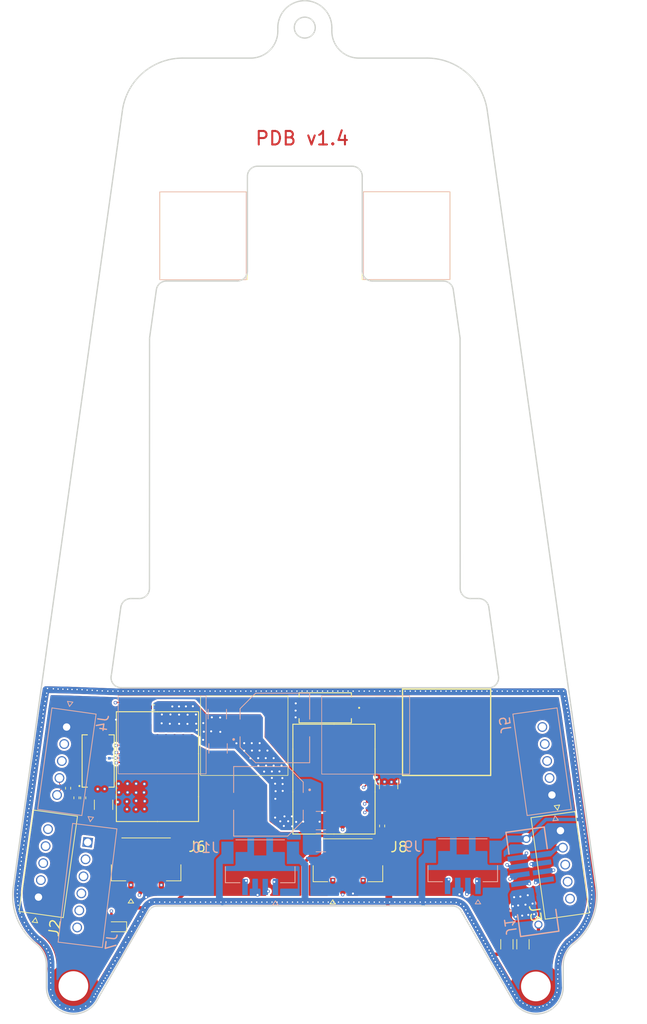
<source format=kicad_pcb>
(kicad_pcb (version 20240108) (generator "pcbnew") (generator_version "8.0")
  (layers (0 "F.Cu" signal) (1 "In1.Cu" power "VBAT.Cu") (2 "In2.Cu" signal "singal1.Cu") (3 "In3.Cu" signal "signal2.Cu") (4 "In4.Cu" power "+8V.Cu") (31 "B.Cu" signal) (34 "B.Paste" user) (35 "F.Paste" user) (36 "B.SilkS" user "B.Silkscreen") (37 "F.SilkS" user "F.Silkscreen") (38 "B.Mask" user) (39 "F.Mask" user) (44 "Edge.Cuts" user))
  (net 0 "")
  (net 1 "GND")
  (net 2 "VBAT")
  (net 3 "+8V")
  (net 4 "Net-(D1-A)")
  (net 5 "PWM2")
  (net 6 "CAN L1")
  (net 7 "PWM4")
  (net 8 "GND_FUSE")
  (net 9 "PWM3")
  (net 10 "PWM1")
  (net 11 "CAN H1")
  (net 12 "Detach")
  (net 13 "servo")
  (net 14 "Net-(U1B-RT)")
  (net 15 "/power/IOUTMON")
  (net 16 "Net-(C17-Pad1)")
  (net 17 "/power/PWR_RUN")
  (net 18 "Net-(U1B-FB)")
  (net 19 "Net-(U2B-RT)")
  (net 20 "Net-(U2B-CTRL2)")
  (net 21 "Net-(U2B-FB)")
  (net 23 "Net-(U1B-CTRL1)")
  (net 24 "/power/PWR_SS")
  (net 28 "GND_Shield")
  (net 29 "/power/SYNC")
  (footprint "Resistor_SMD:R_0402_1005Metric" (layer "F.Cu") (at 91.69 134.37 90)
    (property "Reference" "R6" (hide yes))
    (property "Value" "60R")
  )
  (footprint "Capacitor_SMD:C_1206_3216Metric" (layer "F.Cu") (at 156.79 156.04 90)
    (property "Reference" "R17" (hide yes))
    (property "Value" "2M")
  )
  (footprint "Resistor_SMD:R_0402_1005Metric" (layer "F.Cu") (at 90.69 134.36 -90)
    (property "Reference" "R10" (hide yes))
    (property "Value" "60R")
  )
  (footprint "1719710105:MOLEX_1719710105" (layer "F.Cu") (at 85.063374 149.059263 -98)
    (property "Reference" "J2")
    (property "Value" "1719710105")
  )
  (footprint "Resistor_SMD:R_0201_0603Metric" (layer "F.Cu") (at 98.34 121.14 180)
    (property "Reference" "R4" (hide yes))
    (property "Value" "2.87k")
  )
  (footprint "Resistor_SMD:R_0402_1005Metric" (layer "F.Cu") (at 135.94 138.53 90)
    (property "Reference" "R7" (hide yes))
    (property "Value" "2.8k")
  )
  (footprint "9774120360R:WA-SMSI_9774120360" (layer "F.Cu") (at 90.23 162.23)
    (property "Reference" "MP1" (hide yes))
    (property "Value" "WA-SMSI_9774XXX360")
    (property "VALUE" "M3 x 12mm" (hide yes))
  )
  (footprint "Resistor_SMD:R_0201_0603Metric" (layer "F.Cu") (at 136.3 135.4 180)
    (property "Reference" "R5" (hide yes))
    (property "Value" "124k")
  )
  (footprint "2132250430:MOLEX_2132250430" (layer "F.Cu") (at 130.88 144.13)
    (property "Reference" "J8")
    (property "Value" "2132250430" (hide yes))
  )
  (footprint "LTM8064IY_PBF:BGA108_16X11P9_ADI" (layer "F.Cu") (at 128.81 131.595 180)
    (property "Reference" "U2" (hide yes))
    (property "Value" "LTM8064IY#PBF")
  )
  (footprint "Capacitor_SMD:C_1206_3216Metric" (layer "F.Cu") (at 154.41 156.04 90)
    (property "Reference" "C12" (hide yes))
    (property "Value" "470pF")
  )
  (footprint "Capacitor_SMD:C_1210_3225Metric" (layer "F.Cu") (at 136.9 132.325 90)
    (property "Reference" "C5" (hide yes))
    (property "Value" "100uF")
  )
  (footprint "LTM8064IY_PBF:BGA108_16X11P9_ADI" (layer "F.Cu") (at 102.68 129.745)
    (property "Reference" "U1" (hide yes))
    (property "Value" "LTM8064IY#PBF")
  )
  (footprint "Resistor_SMD:R_0201_0603Metric" (layer "F.Cu") (at 95.86 151.94 90)
    (property "Reference" "R8" (hide yes))
    (property "Value" "100k")
  )
  (footprint "Resistor_SMD:R_0402_1005Metric" (layer "F.Cu") (at 89.45 132.94 90)
    (property "Reference" "R9" (hide yes))
    (property "Value" "120R")
  )
  (footprint "9774120360R:WA-SMSI_9774120360" (layer "F.Cu") (at 158.7 162.28)
    (property "Reference" "MP2" (hide yes))
    (property "Value" "WA-SMSI_9774XXX360")
    (property "VALUE" "M3 x 12mm" (hide yes))
  )
  (footprint "TRME157M016R0030:CAP_TRM-E-2917_AVX-L" (layer "F.Cu") (at 127.52 121.04 180)
    (property "Reference" "C4" (hide yes))
    (property "Value" "150uF")
  )
  (footprint "Resistor_SMD:R_0402_1005Metric" (layer "F.Cu") (at 102.12 120.98)
    (property "Reference" "R3" (hide yes))
    (property "Value" "374k")
  )
  (footprint "1719710105:MOLEX_1719710105" (layer "F.Cu") (at 162.340653 139.224363 98)
    (property "Reference" "J3")
    (property "Value" "1719710105" (hide yes))
  )
  (footprint "Capacitor_SMD:C_0201_0603Metric" (layer "F.Cu") (at 91.18 136.04 -90)
    (property "Reference" "C17" (hide yes))
    (property "Value" "100nF")
  )
  (footprint "Resistor_SMD:R_0201_0603Metric" (layer "F.Cu") (at 100.25 121.04)
    (property "Reference" "R2" (hide yes))
    (property "Value" "124k")
  )
  (footprint "TRME157M016R0030:CAP_TRM-E-2917_AVX-L" (layer "F.Cu") (at 93.9 128.91 90)
    (property "Reference" "C9" (hide yes))
    (property "Value" "150uF")
  )
  (footprint "Capacitor_SMD:C_1210_3225Metric" (layer "F.Cu") (at 94.7 135.39 90)
    (property "Reference" "C10" (hide yes))
    (property "Value" "100uF")
  )
  (footprint "2132250430:MOLEX_2132250430" (layer "F.Cu") (at 101 144)
    (property "Reference" "J6")
    (property "Value" "2132250430" (hide yes))
  )
  (footprint "LED_SMD:LED_0603_1608Metric" (layer "F.Cu") (at 96.63 153.45 180)
    (property "Reference" "D1" (hide yes))
    (property "Value" "NCD0603C1")
  )
  (footprint "2132250430:MOLEX_2132250430" (layer "B.Cu") (at 147.88 144.13 180)
    (property "Reference" "J9")
    (property "Value" "2132250430")
  )
  (footprint "TFM-107-02-L-D-WT:SAMTEC_TFM-107-02-L-D-WT" (layer "B.Cu") (at 158.188059 146.788397 98)
    (property "Reference" "J1")
    (property "Value" "TFM-107-02-L-D-WT")
  )
  (footprint "Capacitor_SMD:C_1210_3225Metric" (layer "B.Cu") (at 126.8762 140.9938)
    (property "Reference" "C2" (hide yes))
    (property "Value" "10u" (hide yes))
  )
  (footprint "Capacitor_SMD:C_1210_3225Metric" (layer "B.Cu") (at 111.54 121.97 90)
    (property "Reference" "C7" (hide yes))
    (property "Value" "10u" (hide yes))
  )
  (footprint "Resistor_SMD:R_0201_0603Metric" (layer "B.Cu") (at 95.22 128.51)
    (property "Reference" "R1" (hide yes))
    (property "Value" "124k")
  )
  (footprint "1719710106:MOLEX_1719710106" (layer "B.Cu") (at 92.347741 140.944663 83)
    (property "Reference" "J7")
    (property "Value" "1719710106")
  )
  (footprint "100SXV15MX:CAP_100SXV15MX" (layer "B.Cu") (at 119.11 134.88 180)
    (property "Reference" "C1" (hide yes))
    (property "Value" "15uf")
  )
  (footprint "1719710105:MOLEX_1719710105" (layer "B.Cu") (at 89.229347 123.884363 82)
    (property "Reference" "J4")
    (property "Value" "1719710105")
  )
  (footprint "2132250430:MOLEX_2132250430" (layer "B.Cu") (at 117.89 144.28 180)
    (property "Reference" "J10")
    (property "Value" "2132250430")
  )
  (footprint "Capacitor_SMD:C_1210_3225Metric" (layer "B.Cu") (at 126.8762 137.7338)
    (property "Reference" "C3" (hide yes))
    (property "Value" "10u" (hide yes))
  )
  (footprint "Capacitor_SMD:C_1210_3225Metric" (layer "B.Cu") (at 111.65 127.05 -90)
    (property "Reference" "C8" (hide yes))
    (property "Value" "10u" (hide yes))
  )
  (footprint "100SXV15MX:CAP_100SXV15MX" (layer "B.Cu") (at 120.06 124.02)
    (property "Reference" "C6" (hide yes))
    (property "Value" "15uf")
  )
  (footprint "1719710105:MOLEX_1719710105" (layer "B.Cu") (at 161.102372 133.977389 -82)
    (property "Reference" "J5")
    (property "Value" "1719710105")
  )
  (gr_line (start 157.88 118.66) (end 162.74 118.65) (stroke (width 1)) (layer "F.Cu") (net 28))
  (gr_arc (start 85.356758 155.659009) (mid 82.595946 151.983831) (end 82.036074 147.421424) (stroke (width 1)) (layer "F.Cu") (net 28))
  (gr_line (start 152.213086 157.632977) (end 148.426623 150.896053) (stroke (width 1)) (layer "F.Cu") (net 28))
  (gr_line (start 146.584313 149.683115) (end 102.37 149.68) (stroke (width 1)) (layer "F.Cu") (net 28))
  (gr_line (start 82.036074 147.421424) (end 85.77 120.96) (stroke (width 1)) (layer "F.Cu") (net 28))
  (gr_line (start 86.98 161.09) (end 87.03 162.1) (stroke (width 1)) (layer "F.Cu") (net 28))
  (gr_line (start 86.890109 159.652792) (end 86.98 161.09) (stroke (width 1)) (layer "F.Cu") (net 28))
  (gr_line (start 86.19 118.35) (end 89.31 118.41) (stroke (width 1)) (layer "F.Cu") (net 28))
  (gr_arc (start 100.83 150.65) (mid 101.473179 149.963655) (end 102.37 149.68) (stroke (width 1)) (layer "F.Cu") (net 28))
  (gr_line (start 96.843699 157.613621) (end 92.7763 164.366378) (stroke (width 1)) (layer "F.Cu") (net 28))
  (gr_line (start 85.77 120.96) (end 86.19 118.35) (stroke (width 1)) (layer "F.Cu") (net 28))
  (gr_line (start 89.31 118.41) (end 97.27 118.7) (stroke (width 1)) (layer "F.Cu") (net 28))
  (gr_line (start 97.27 118.7) (end 157.88 118.66) (stroke (width 1)) (layer "F.Cu") (net 28))
  (gr_arc (start 166.99 147.62) (mid 166.386891 152.177122) (end 163.47 155.73) (stroke (width 1)) (layer "F.Cu") (net 28))
  (gr_line (start 100.83 150.65) (end 100.83 150.65) (stroke (width 1)) (layer "F.Cu") (net 28))
  (gr_line (start 156.03 164.08) (end 152.213086 157.632977) (stroke (width 1)) (layer "F.Cu") (net 28))
  (gr_line (start 96.843699 157.613621) (end 100.83 150.65) (stroke (width 1)) (layer "F.Cu") (net 28))
  (gr_line (start 163.28 121.74) (end 166.99 147.62) (stroke (width 1)) (layer "F.Cu") (net 28))
  (gr_line (start 161.98 159.685) (end 161.87 162.68) (stroke (width 1)) (layer "F.Cu") (net 28))
  (gr_arc (start 146.584313 149.683115) (mid 147.673106 150.034972) (end 148.426673 150.896024) (stroke (width 1)) (layer "F.Cu") (net 28))
  (gr_line (start 163.28 121.74) (end 162.74 118.65) (stroke (width 1)) (layer "F.Cu") (net 28))
  (gr_arc (start 161.98 159.685) (mid 162.346807 157.56502) (end 163.47 155.73) (stroke (width 1)) (layer "F.Cu") (net 28))
  (gr_arc (start 85.356757 155.65901) (mid 86.599297 157.4732) (end 86.890109 159.652792) (stroke (width 1)) (layer "F.Cu") (net 28))
  (gr_line (start 93.4 163.44) (end 96.850613 157.610644) (stroke (width 1)) (layer "B.Cu") (net 28))
  (gr_line (start 96.850613 157.610644) (end 100.836914 150.647023) (stroke (width 1)) (layer "B.Cu") (net 28))
  (gr_line (start 161.98 159.685) (end 162.055153 162.502228) (stroke (width 1)) (layer "B.Cu") (net 28))
  (gr_line (start 157.88 118.66) (end 162.74 118.65) (stroke (width 1)) (layer "B.Cu") (net 28))
  (gr_line (start 97.27 118.7) (end 157.88 118.66) (stroke (width 1)) (layer "B.Cu") (net 28))
  (gr_arc (start 166.830325 147.503099) (mid 166.470451 151.932711) (end 163.78 155.47) (stroke (width 1)) (layer "B.Cu") (net 28))
  (gr_arc (start 84.850109 155.207792) (mid 82.489235 151.693452) (end 82.021431 147.485665) (stroke (width 1)) (layer "B.Cu") (net 28))
  (gr_line (start 152.47 158.12) (end 156.13 164.42) (stroke (width 1)) (layer "B.Cu") (net 28))
  (gr_line (start 146.591227 149.680138) (end 102.376914 149.677023) (stroke (width 1)) (layer "B.Cu") (net 28))
  (gr_arc (start 162.055153 162.502228) (mid 159.748725 165.488353) (end 156.13 164.42) (stroke (width 1)) (layer "B.Cu") (net 28))
  (gr_arc (start 84.850109 155.207792) (mid 86.31 156.65) (end 86.900369 158.615378) (stroke (width 1)) (layer "B.Cu") (net 28))
  (gr_line (start 86.19 118.35) (end 89.31 118.41) (stroke (width 1)) (layer "B.Cu") (net 28))
  (gr_arc (start 161.98 159.685) (mid 162.40161 157.373203) (end 163.78 155.47) (stroke (width 1)) (layer "B.Cu") (net 28))
  (gr_arc (start 146.591227 149.680138) (mid 147.68002 150.031995) (end 148.433587 150.893047) (stroke (width 1)) (layer "B.Cu") (net 28))
  (gr_line (start 163.28 121.73) (end 166.830325 147.503099) (stroke (width 1)) (layer "B.Cu") (net 28))
  (gr_line (start 85.76 120.95) (end 86.19 118.35) (stroke (width 1)) (layer "B.Cu") (net 28))
  (gr_arc (start 100.836914 150.647023) (mid 101.480093 149.960678) (end 102.376914 149.677023) (stroke (width 1)) (layer "B.Cu") (net 28))
  (gr_line (start 89.31 118.41) (end 97.27 118.7) (stroke (width 1)) (layer "B.Cu") (net 28))
  (gr_line (start 82.021431 147.485665) (end 85.76 120.95) (stroke (width 1)) (layer "B.Cu") (net 28))
  (gr_line (start 163.28 121.74) (end 162.74 118.65) (stroke (width 1)) (layer "B.Cu") (net 28))
  (gr_line (start 152.47 158.12) (end 148.433587 150.893047) (stroke (width 1)) (layer "B.Cu") (net 28))
  (gr_line (start 86.933678 162.13458) (end 86.922575 158.615378) (stroke (width 1)) (layer "B.Cu") (net 28))
  (gr_arc (start 93.4 163.44) (mid 89.599824 165.596157) (end 86.933678 162.13458) (stroke (width 1)) (layer "B.Cu") (net 28))
  (gr_rect (start 133.184092 44.64) (end 145.98 57.64) (stroke (width 0.1)) (fill none) (layer "B.SilkS"))
  (gr_rect (start 126.99 119.27) (end 140.01 130.85) (stroke (width 0.1)) (fill none) (layer "B.SilkS"))
  (gr_rect (start 96.86 119.26) (end 109.88 130.81) (stroke (width 0.1)) (fill none) (layer "B.SilkS"))
  (gr_rect (start 103.014751 44.665673) (end 115.810659 57.665673) (stroke (width 0.1)) (fill none) (layer "B.SilkS"))
  (gr_rect (start 132.973434 44.663729) (end 145.995092 57.663729) (stroke (width 0.1)) (fill none) (layer "F.SilkS"))
  (gr_rect (start 103.039184 44.663729) (end 115.995092 57.663729) (stroke (width 0.1)) (fill none) (layer "F.SilkS"))
  (gr_rect (start 109.056584 119.27) (end 122 131.05) (stroke (width 0.1)) (fill none) (layer "F.SilkS"))
  (gr_rect (start 138.96 118.27) (end 152.01 131.05) (stroke (width 0.2)) (fill none) (layer "F.SilkS"))
  (gr_arc (start 142.585957 24.863729) (mid 148.490488 27.071342) (end 151.498367 32.611171) (stroke (width 0.2)) (layer "Edge.Cuts"))
  (gr_arc (start 144.989537 57.863729) (mid 145.973626 58.231665) (end 146.47494 59.154971) (stroke (width 0.2)) (layer "Edge.Cuts"))
  (gr_circle (center 124.489136 20.35) (end 122.939136 20.35) (stroke (width 0.2)) (fill none) (layer "Edge.Cuts"))
  (gr_arc (start 97.254187 106.154965) (mid 97.754987 105.231071) (end 98.739588 104.863729) (stroke (width 0.2)) (layer "Edge.Cuts"))
  (gr_line (start 101.50969 66.30986) (end 102.515245 59.15496) (stroke (width 0.2)) (layer "Edge.Cuts"))
  (gr_arc (start 120.495092 20.863729) (mid 119.323519 23.692156) (end 116.495092 24.863729) (stroke (width 0.2)) (layer "Edge.Cuts"))
  (gr_line (start 104.000642 57.863729) (end 114.495092 57.863729) (stroke (width 0.2)) (layer "Edge.Cuts"))
  (gr_line (start 148.995093 104.863729) (end 150.252673 104.863729) (stroke (width 0.2)) (layer "Edge.Cuts"))
  (gr_arc (start 134.495093 57.863729) (mid 133.434432 57.424389) (end 132.995092 56.363728) (stroke (width 0.2)) (layer "Edge.Cuts"))
  (gr_line (start 99.995092 104.863729) (end 98.739588 104.863729) (stroke (width 0.2)) (layer "Edge.Cuts"))
  (gr_line (start 162.74815 159.11068) (end 162.74815 162.363729) (stroke (width 0.2)) (layer "Edge.Cuts"))
  (gr_line (start 115.995092 56.363729) (end 115.995092 42.363729) (stroke (width 0.2)) (layer "Edge.Cuts"))
  (gr_arc (start 162.74815 159.11068) (mid 163.153282 157.356564) (end 164.286612 155.957772) (stroke (width 0.2)) (layer "Edge.Cuts"))
  (gr_arc (start 115.995092 56.363729) (mid 115.555752 57.424389) (end 114.495092 57.863729) (stroke (width 0.2)) (layer "Edge.Cuts"))
  (gr_line (start 102.655064 150.363729) (end 146.33512 150.363729) (stroke (width 0.2)) (layer "Edge.Cuts"))
  (gr_arc (start 146.33512 150.363729) (mid 147.08512 150.564691) (end 147.634158 151.113729) (stroke (width 0.2)) (layer "Edge.Cuts"))
  (gr_line (start 101.356051 151.113685) (end 93.706135 164.36373) (stroke (width 0.2)) (layer "Edge.Cuts"))
  (gr_arc (start 90.242034 166.363729) (mid 87.413606 165.192157) (end 86.242034 162.363729) (stroke (width 0.2)) (layer "Edge.Cuts"))
  (gr_line (start 106.404232 24.863729) (end 116.495092 24.863729) (stroke (width 0.2)) (layer "Edge.Cuts"))
  (gr_arc (start 120.495092 20.363729) (mid 124.495092 16.363729) (end 128.495092 20.363729) (stroke (width 0.2)) (layer "Edge.Cuts"))
  (gr_arc (start 162.74815 162.363729) (mid 159.783426 166.227431) (end 155.284049 164.363729) (stroke (width 0.2)) (layer "Edge.Cuts"))
  (gr_arc (start 84.703572 155.957772) (mid 85.836902 157.356564) (end 86.242034 159.11068) (stroke (width 0.2)) (layer "Edge.Cuts"))
  (gr_arc (start 148.995093 104.863729) (mid 147.934641 104.424598) (end 147.495092 103.364319) (stroke (width 0.2)) (layer "Edge.Cuts"))
  (gr_line (start 95.863018 116.154415) (end 97.254187 106.154965) (stroke (width 0.2)) (layer "Edge.Cuts"))
  (gr_arc (start 132.495092 24.863729) (mid 129.666665 23.692156) (end 128.495092 20.863729) (stroke (width 0.2)) (layer "Edge.Cuts"))
  (gr_line (start 97.306092 118.063729) (end 151.995092 118.063729) (stroke (width 0.2)) (layer "Edge.Cuts"))
  (gr_line (start 120.495092 20.863729) (end 120.495092 20.363729) (stroke (width 0.2)) (layer "Edge.Cuts"))
  (gr_arc (start 93.706135 164.36373) (mid 92.242034 165.827834) (end 90.242034 166.363729) (stroke (width 0.2)) (layer "Edge.Cuts"))
  (gr_arc (start 150.252673 104.863729) (mid 151.235981 105.231759) (end 151.735998 106.154972) (stroke (width 0.2)) (layer "Edge.Cuts"))
  (gr_line (start 132.495092 24.863729) (end 142.585957 24.863729) (stroke (width 0.2)) (layer "Edge.Cuts"))
  (gr_arc (start 167.660563 147.611171) (mid 167.092213 152.236654) (end 164.286612 155.957772) (stroke (width 0.2)) (layer "Edge.Cuts"))
  (gr_line (start 144.989537 57.863729) (end 134.495093 57.863729) (stroke (width 0.2)) (layer "Edge.Cuts"))
  (gr_line (start 147.495092 103.364319) (end 147.480494 66.30986) (stroke (width 0.2)) (layer "Edge.Cuts"))
  (gr_arc (start 97.306092 118.063729) (mid 96.109449 117.468168) (end 95.863018 116.154415) (stroke (width 0.2)) (layer "Edge.Cuts"))
  (gr_line (start 151.498367 32.611171) (end 167.660563 147.611171) (stroke (width 0.2)) (layer "Edge.Cuts"))
  (gr_line (start 131.495091 40.863729) (end 117.495092 40.863729) (stroke (width 0.2)) (layer "Edge.Cuts"))
  (gr_line (start 153.127149 116.151171) (end 151.735998 106.154972) (stroke (width 0.2)) (layer "Edge.Cuts"))
  (gr_line (start 147.480494 66.30986) (end 146.47494 59.154971) (stroke (width 0.2)) (layer "Edge.Cuts"))
  (gr_line (start 155.284049 164.363729) (end 147.634158 151.113729) (stroke (width 0.2)) (layer "Edge.Cuts"))
  (gr_line (start 86.242034 162.363729) (end 86.242034 159.11068) (stroke (width 0.2)) (layer "Edge.Cuts"))
  (gr_line (start 128.495092 20.863729) (end 128.495092 20.363729) (stroke (width 0.2)) (layer "Edge.Cuts"))
  (gr_arc (start 101.495092 103.36432) (mid 101.055543 104.424598) (end 99.995092 104.863729) (stroke (width 0.2)) (layer "Edge.Cuts"))
  (gr_arc (start 153.127149 116.154291) (mid 152.971332 117.352214) (end 151.995092 118.063729) (stroke (width 0.2)) (layer "Edge.Cuts"))
  (gr_arc (start 102.515245 59.15496) (mid 103.016558 58.231661) (end 104.000642 57.863729) (stroke (width 0.2)) (layer "Edge.Cuts"))
  (gr_line (start 132.995092 56.363728) (end 132.995092 42.36373) (stroke (width 0.2)) (layer "Edge.Cuts"))
  (gr_arc (start 97.491817 32.611171) (mid 100.4997 27.071343) (end 106.404232 24.863729) (stroke (width 0.2)) (layer "Edge.Cuts"))
  (gr_arc (start 115.995092 42.363729) (mid 116.434432 41.303069) (end 117.495092 40.863729) (stroke (width 0.2)) (layer "Edge.Cuts"))
  (gr_arc (start 101.356051 151.113685) (mid 101.905078 150.564664) (end 102.655064 150.363729) (stroke (width 0.2)) (layer "Edge.Cuts"))
  (gr_line (start 81.333917 147.580606) (end 97.491817 32.611171) (stroke (width 0.2)) (layer "Edge.Cuts"))
  (gr_arc (start 84.703572 155.957772) (mid 81.892183 152.22234) (end 81.333917 147.580606) (stroke (width 0.2)) (layer "Edge.Cuts"))
  (gr_line (start 101.495092 103.36432) (end 101.50932 66.30986) (stroke (width 0.2)) (layer "Edge.Cuts"))
  (gr_arc (start 131.495091 40.863729) (mid 132.555752 41.303069) (end 132.995092 42.36373) (stroke (width 0.2)) (layer "Edge.Cuts"))
  (gr_text "PDB v1.4" (at 117 37.91 0) (layer "F.Cu") (effects (font (size 2 2) (thickness 0.3) (bold yes)) (justify left bottom)))
  (segment (start 101.75 148.31) (end 101 149.06) (width 0.3) (layer "F.Cu") (net 1))
  (segment (start 99.53 120.64) (end 98.320001 120.64) (width 0.2) (layer "F.Cu") (net 1))
  (segment (start 101.75 147.27) (end 101.75 148.31) (width 0.3) (layer "F.Cu") (net 1))
  (segment (start 98.320001 120.64) (end 98.02 120.940001) (width 0.2) (layer "F.Cu") (net 1))
  (segment (start 131.63 147.4) (end 131.63 148.52) (width 0.2) (layer "F.Cu") (net 1))
  (segment (start 96.57 122.76) (end 96.54 122.79) (width 0.2) (layer "F.Cu") (net 1))
  (segment (start 98.02 121.14) (end 98.02 122.34) (width 0.2) (layer "F.Cu") (net 1))
  (segment (start 131.63 148.52) (end 131.62 148.53) (width 0.2) (layer "F.Cu") (net 1))
  (segment (start 97.6 122.76) (end 96.57 122.76) (width 0.2) (layer "F.Cu") (net 1))
  (segment (start 98.02 122.34) (end 97.6 122.76) (width 0.2) (layer "F.Cu") (net 1))
  (segment (start 98.02 120.940001) (end 98.02 121.14) (width 0.2) (layer "F.Cu") (net 1))
  (segment (start 99.93 121.04) (end 99.53 120.64) (width 0.2) (layer "F.Cu") (net 1))
  (via (at 131.62 148.53) (size 0.5) (drill 0.3) (layers "F.Cu" "B.Cu") (net 1))
  (via (at 117.5 148.73) (size 0.5) (drill 0.3) (layers "F.Cu" "B.Cu") (net 1))
  (via (at 147.39 148.64) (size 0.5) (drill 0.3) (layers "F.Cu" "B.Cu") (net 1))
  (via (at 123.15 120.38) (size 0.5) (drill 0.3) (layers "F.Cu" "B.Cu") (net 1))
  (via (at 101 149.06) (size 0.5) (drill 0.3) (layers "F.Cu" "B.Cu") (net 1))
  (via (at 96.54 122.79) (size 0.5) (drill 0.3) (layers "F.Cu" "B.Cu") (net 1))
  (via (at 123.13 121.45) (size 0.5) (drill 0.3) (layers "F.Cu" "B.Cu") (net 1))
  (via (at 123.13 122.45) (size 0.5) (drill 0.3) (layers "F.Cu" "B.Cu") (net 1))
  (segment (start 147.13 147.4) (end 147.13 148.38) (width 0.2) (layer "B.Cu") (net 1))
  (segment (start 117.14 148.37) (end 117.5 148.73) (width 0.2) (layer "B.Cu") (net 1))
  (segment (start 117.14 147.55) (end 117.14 148.37) (width 0.2) (layer "B.Cu") (net 1))
  (arc (start 147.13 148.38) (mid 147.206152 148.563848) (end 147.39 148.64) (width 0.2) (layer "B.Cu") (net 1))
  (segment (start 102.63 122.71) (end 102.68 122.76) (width 0.2) (layer "F.Cu") (net 2))
  (segment (start 130.13 148.66) (end 130.1 148.69) (width 0.2) (layer "F.Cu") (net 2))
  (segment (start 100.25 148.51) (end 100.01 148.75) (width 0.3) (layer "F.Cu") (net 2))
  (segment (start 130.13 147.4) (end 130.13 148.66) (width 0.2) (layer "F.Cu") (net 2))
  (segment (start 100.25 147.27) (end 100.25 148.51) (width 0.3) (layer "F.Cu") (net 2))
  (segment (start 102.63 120.98) (end 102.63 122.71) (width 0.2) (layer "F.Cu") (net 2))
  (via (at 107.14 122.06) (size 0.5) (drill 0.3) (layers "F.Cu" "B.Cu") (net 2))
  (via (at 155.71 151.97) (size 0.5) (drill 0.3) (layers "F.Cu" "B.Cu") (net 2))
  (via (at 120.17 133.38) (size 0.5) (drill 0.3) (layers "F.Cu" "B.Cu") (net 2))
  (via (at 109.46 123.3) (size 0.5) (drill 0.3) (layers "F.Cu" "B.Cu") (net 2))
  (via (at 107.92 120.81) (size 0.5) (drill 0.3) (layers "F.Cu" "B.Cu") (net 2))
  (via (at 130.1 148.69) (size 0.5) (drill 0.3) (layers "F.Cu" "B.Cu") (net 2))
  (via (at 120.1 132.27) (size 0.5) (drill 0.3) (layers "F.Cu" "B.Cu") (net 2))
  (via (at 105.88 122.05) (size 0.5) (drill 0.3) (layers "F.Cu" "B.Cu") (net 2))
  (via (at 115.52 126.27) (size 0.5) (drill 0.3) (layers "F.Cu" "B.Cu") (net 2))
  (via (at 110.73 122.45) (size 0.5) (drill 0.3) (layers "F.Cu" "B.Cu") (net 2))
  (via (at 122.62 138.58) (size 0.5) (drill 0.3) (layers "F.Cu" "B.Cu") (net 2))
  (via (at 118.96 127.37) (size 0.5) (drill 0.3) (layers "F.Cu" "B.Cu") (net 2))
  (via (at 158.44 151.59) (size 0.5) (drill 0.3) (layers "F.Cu" "B.Cu") (net 2))
  (via (at 117.79 127.37) (size 0.5) (drill 0.3) (layers "F.Cu" "B.Cu") (net 2))
  (via (at 157.16 150.18) (size 0.5) (drill 0.3) (layers "F.Cu" "B.Cu") (net 2))
  (via (at 119.88 128.49) (size 0.5) (drill 0.3) (layers "F.Cu" "B.Cu") (net 2))
  (via (at 156.68 151.8) (size 0.5) (drill 0.3) (layers "F.Cu" "B.Cu") (net 2))
  (via (at 156.41 148.98) (size 0.5) (drill 0.3) (layers "F.Cu" "B.Cu") (net 2))
  (via (at 104.51 123.4) (size 0.5) (drill 0.3) (layers "F.Cu" "B.Cu") (net 2))
  (via (at 119.07 148.21) (size 0.5) (drill 0.3) (layers "F.Cu" "B.Cu") (net 2))
  (via (at 116.44 128.51) (size 0.5) (drill 0.3) (layers "F.Cu" "B.Cu") (net 2))
  (via (at 108.37 122.03) (size 0.5) (drill 0.3) (layers "F.Cu" "B.Cu") (net 2))
  (via (at 122.58 137.11) (size 0.5) (drill 0.3) (layers "F.Cu" "B.Cu") (net 2))
  (via (at 126.68 137.9) (size 0.5) (drill 0.3) (layers "F.Cu" "B.Cu") (net 2))
  (via (at 123.21 137.93) (size 0.5) (drill 0.3) (layers "F.Cu" "B.Cu") (net 2))
  (via (at 155.48 149.07) (size 0.5) (drill 0.3) (layers "F.Cu" "B.Cu") (net 2))
  (via (at 119.62 130.46) (size 0.5) (drill 0.3) (layers "F.Cu" "B.Cu") (net 2))
  (via (at 117.59 128.49) (size 0.5) (drill 0.3) (layers "F.Cu" "B.Cu") (net 2))
  (via (at 100.01 148.75) (size 0.5) (drill 0.3) (layers "F.Cu" "B.Cu") (net 2))
  (via (at 109.54 124.57) (size 0.5) (drill 0.3) (layers "F.Cu" "B.Cu") (net 2))
  (via (at 114.37 126.29) (size 0.5) (drill 0.3) (layers "F.Cu" "B.Cu") (net 2))
  (via (at 120.74 130.46) (size 0.5) (drill 0.3) (layers "F.Cu" "B.Cu") (net 2))
  (via (at 120.86 137.84) (size 0.5) (drill 0.3) (layers "F.Cu" "B.Cu") (net 2))
  (via (at 157.5 148.78) (size 0.5) (drill 0.3) (layers "F.Cu" "B.Cu") (net 2))
  (via (at 111.98 124.6) (size 0.5) (drill 0.3) (layers "F.Cu" "B.Cu") (net 2))
  (via (at 119.62 131.42) (size 0.5) (drill 0.3) (layers "F.Cu" "B.Cu") (net 2))
  (via (at 121.05 129.59) (size 0.5) (drill 0.3) (layers "F.Cu" "B.Cu") (net 2))
  (via (at 115.52 127.39) (size 0.5) (drill 0.3) (layers "F.Cu" "B.Cu") (net 2))
  (via (at 118.76 129.59) (size 0.5) (drill 0.3) (layers "F.Cu" "B.Cu") (net 2))
  (via (at 105.89 123.41) (size 0.5) (drill 0.3) (layers "F.Cu" "B.Cu") (net 2))
  (via (at 104.88 120.84) (size 0.5) (drill 0.3) (layers "F.Cu" "B.Cu") (net 2))
  (via (at 103.33 122.03) (size 0.5) (drill 0.3) (layers "F.Cu" "B.Cu") (net 2))
  (via (at 121.17 131.44) (size 0.5) (drill 0.3) (layers "F.Cu" "B.Cu") (net 2))
  (via (at 121.39 138.53) (size 0.5) (drill 0.3) (layers "F.Cu" "B.Cu") (net 2))
  (via (at 121.48 137.11) (size 0.5) (drill 0.3) (layers "F.Cu" "B.Cu") (net 2))
  (via (at 116.67 127.37) (size 0.5) (drill 0.3) (layers "F.Cu" "B.Cu") (net 2))
  (via (at 116.64 126.27) (size 0.5) (drill 0.3) (layers "F.Cu" "B.Cu") (net 2))
  (via (at 110.63 124.52) (size 0.5) (drill 0.3) (layers "F.Cu" "B.Cu") (net 2))
  (via (at 124.25 137.89) (size 0.5) (drill 0.3) (layers "F.Cu" "B.Cu") (net 2))
  (via (at 117.61 129.61) (size 0.5) (drill 0.3) (layers "F.Cu" "B.Cu") (net 2))
  (via (at 155.29 150.41) (size 0.5) (drill 0.3) (layers "F.Cu" "B.Cu") (net 2))
  (via (at 109.44 125.78) (size 0.5) (drill 0.3) (layers "F.Cu" "B.Cu") (net 2))
  (via (at 118.47 130.48) (size 0.5) (drill 0.3) (layers "F.Cu" "B.Cu") (net 2))
  (via (at 157.58 151.69) (size 0.5) (drill 0.3) (layers "F.Cu" "B.Cu") (net 2))
  (via (at 105.87 120.84) (size 0.5) (drill 0.3) (layers "F.Cu" "B.Cu") (net 2))
  (via (at 156.08 150.29) (size 0.5) (drill 0.3) (layers "F.Cu" "B.Cu") (net 2))
  (via (at 119.88 129.59) (size 0.5) (drill 0.3) (layers "F.Cu" "B.Cu") (net 2))
  (via (at 120.13 134.51) (size 0.5) (drill 0.3) (layers "F.Cu" "B.Cu") (net 2))
  (via (at 148.48 148.62) (size 0.5) (drill 0.3) (layers "F.Cu" "B.Cu") (net 2))
  (via (at 117.81 126.27) (size 0.5) (drill 0.3) (layers "F.Cu" "B.Cu") (net 2))
  (via (at 104.6 122.03) (size 0.5) (drill 0.3) (layers "F.Cu" "B.Cu") (net 2))
  (via (at 122.03 137.83) (size 0.5) (drill 0.3) (layers "F.Cu" "B.Cu") (net 2))
  (via (at 118.71 128.49) (size 0.5) (drill 0.3) (layers "F.Cu" "B.Cu") (net 2))
  (via (at 120.1 137.29) (size 0.5) (drill 0.3) (layers "F.Cu" "B.Cu") (net 2))
  (via (at 121.22 133.34) (size 0.5) (drill 0.3) (layers "F.Cu" "B.Cu") (net 2))
  (via (at 121.21 132.32) (size 0.5) (drill 0.3) (layers "F.Cu" "B.Cu") (net 2))
  (via (at 111.96 122.48) (size 0.5) (drill 0.3) (layers "F.Cu" "B.Cu") (net 2))
  (via (at 158.21 150.02) (size 0.5) (drill 0.3) (layers "F.Cu" "B.Cu") (net 2))
  (via (at 106.89 120.83) (size 0.5) (drill 0.3) (layers "F.Cu" "B.Cu") (net 2))
  (via (at 107.12 123.42) (size 0.5) (drill 0.3) (layers "F.Cu" "B.Cu") (net 2))
  (via (at 103.3 123.33) (size 0.5) (drill 0.3) (layers "F.Cu" "B.Cu") (net 2))
  (via (at 108.5 124.32) (size 0.5) (drill 0.3) (layers "F.Cu" "B.Cu") (net 2))
  (via (at 108.41 123.39) (size 0.5) (drill 0.3) (layers "F.Cu" "B.Cu") (net 2))
  (segment (start 118.64 147.55) (end 118.64 147.78) (width 0.2) (layer "B.Cu") (net 2))
  (segment (start 111.65 125.575) (end 114.155 125.575) (width 0.3) (layer "B.Cu") (net 2))
  (segment (start 118.64 147.78) (end 119.07 148.21) (width 0.2) (layer "B.Cu") (net 2))
  (segment (start 148.63 147.4) (end 148.63 148.47) (width 0.2) (layer "B.Cu") (net 2))
  (segment (start 114.155 125.575) (end 115.71 124.02) (width 0.3) (layer "B.Cu") (net 2))
  (arc (start 148.63 148.47) (mid 148.586066 148.576066) (end 148.48 148.62) (width 0.2) (layer "B.Cu") (net 2))
  (segment (start 95.86 151.62) (end 95.86 151.13) (width 0.2) (layer "F.Cu") (net 3))
  (via (at 100.75 136.03) (size 0.5) (drill 0.3) (layers "F.Cu" "B.Cu") (net 3))
  (via (at 100.69 133.57) (size 0.5) (drill 0.3) (layers "F.Cu" "B.Cu") (net 3))
  (via (at 135.13 131.3) (size 0.5) (drill 0.3) (layers "F.Cu" "B.Cu") (net 3))
  (via (at 93.83 133.07) (size 0.5) (drill 0.3) (layers "F.Cu" "B.Cu") (net 3))
  (via (at 95.86 151.13) (size 0.5) (drill 0.3) (layers "F.Cu" "B.Cu") (net 3))
  (via (at 96.79 134.99) (size 0.5) (drill 0.3) (layers "F.Cu" "B.Cu") (net 3))
  (via (at 94.85 133.05) (size 0.5) (drill 0.3) (layers "F.Cu" "B.Cu") (net 3))
  (via (at 138.15 131.95) (size 0.5) (drill 0.3) (layers "F.Cu" "B.Cu") (net 3))
  (via (at 98.15 134.92) (size 0.5) (drill 0.3) (layers "F.Cu" "B.Cu") (net 3))
  (via (at 136.3 131.99) (size 0.5) (drill 0.3) (layers "F.Cu" "B.Cu") (net 3))
  (via (at 100.74 132.31) (size 0.5) (drill 0.3) (layers "F.Cu" "B.Cu") (net 3))
  (via (at 99.52 132.27) (size 0.5) (drill 0.3) (layers "F.Cu" "B.Cu") (net 3))
  (via (at 98.25 133.56) (size 0.5) (drill 0.3) (layers "F.Cu" "B.Cu") (net 3))
  (via (at 99.52 133.59) (size 0.5) (drill 0.3) (layers "F.Cu" "B.Cu") (net 3))
  (via (at 100.79 134.86) (size 0.5) (drill 0.3) (layers "F.Cu" "B.Cu") (net 3))
  (via (at 99.5 136.08) (size 0.5) (drill 0.3) (layers "F.Cu" "B.Cu") (net 3))
  (via (at 135.44 131.96) (size 0.5) (drill 0.3) (layers "F.Cu" "B.Cu") (net 3))
  (via (at 98.24 132.27) (size 0.5) (drill 0.3) (layers "F.Cu" "B.Cu") (net 3))
  (via (at 137.32 132.03) (size 0.5) (drill 0.3) (layers "F.Cu" "B.Cu") (net 3))
  (via (at 99.52 134.81) (size 0.5) (drill 0.3) (layers "F.Cu" "B.Cu") (net 3))
  (via (at 98.17 136.05) (size 0.5) (drill 0.3) (layers "F.Cu" "B.Cu") (net 3))
  (via (at 96.97 133.56) (size 0.5) (drill 0.3) (layers "F.Cu" "B.Cu") (net 3))
  (via (at 96.93 132.27) (size 0.5) (drill 0.3) (layers "F.Cu" "B.Cu") (net 3))
  (segment (start 160.803206 142.776794) (end 159.356118 142.776794) (width 0.5) (layer "B.Cu") (net 3))
  (segment (start 162.694153 141.739644) (end 161.840356 141.739644) (width 0.5) (layer "B.Cu") (net 3))
  (segment (start 161.840356 141.739644) (end 160.803206 142.776794) (width 0.5) (layer "B.Cu") (net 3))
  (segment (start 95.86 153.4575) (end 95.9025 153.5) (width 0.2) (layer "F.Cu") (net 4))
  (segment (start 95.86 152.26) (end 95.86 153.4575) (width 0.3) (layer "F.Cu") (net 4))
  (via (at 161.31 145.07) (size 0.5) (drill 0.3) (layers "F.Cu" "B.Cu") (net 5))
  (segment (start 161.087926 145.292074) (end 161.31 145.07) (width 0.2) (layer "B.Cu") (net 5))
  (segment (start 159.709619 145.292074) (end 161.087926 145.292074) (width 0.2) (layer "B.Cu") (net 5))
  (segment (start 91.69 133.86) (end 91.69 133.7) (width 0.1067) (layer "F.Cu") (net 6))
  (segment (start 90.14 132.43) (end 89.45 132.43) (width 0.1067) (layer "F.Cu") (net 6))
  (segment (start 91.28 133.29) (end 91.28 133.01) (width 0.1067) (layer "F.Cu") (net 6))
  (segment (start 90.45 132.74) (end 90.14 132.43) (width 0.1067) (layer "F.Cu") (net 6))
  (segment (start 91.69 133.7) (end 91.28 133.29) (width 0.1067) (layer "F.Cu") (net 6))
  (segment (start 88.168848 132.288848) (end 88.168848 131.430206) (width 0.1067) (layer "F.Cu") (net 6))
  (segment (start 89.45 132.43) (end 89.2 132.68) (width 0.1067) (layer "F.Cu") (net 6))
  (segment (start 89.2 132.68) (end 88.56 132.68) (width 0.1067) (layer "F.Cu") (net 6))
  (segment (start 91.01 132.74) (end 90.45 132.74) (width 0.1067) (layer "F.Cu") (net 6))
  (segment (start 91.28 133.01) (end 91.01 132.74) (width 0.1067) (layer "F.Cu") (net 6))
  (segment (start 88.56 132.68) (end 88.168848 132.288848) (width 0.1067) (layer "F.Cu") (net 6))
  (via (at 149.97 146.69) (size 0.5) (drill 0.3) (layers "F.Cu" "B.Cu") (net 6))
  (via (at 119.98 146.803067) (size 0.5) (drill 0.3) (layers "F.Cu" "B.Cu") (net 6))
  (via (at 128.653017 146.55) (size 0.5) (drill 0.3) (layers "F.Cu" "B.Cu") (net 6))
  (via (at 98.75 147.27) (size 0.5) (drill 0.3) (layers "F.Cu" "B.Cu") (net 6))
  (via (at 158.67 146.92) (size 0.5) (drill 0.3) (layers "F.Cu" "B.Cu") (net 6))
  (via (at 158.016483 144.16644) (size 0.5) (drill 0.3) (layers "F.Cu" "B.Cu") (net 7))
  (segment (start 158.148489 144.034434) (end 158.016483 144.16644) (width 0.2) (layer "B.Cu") (net 7))
  (segment (start 159.53287 144.034434) (end 158.148489 144.034434) (width 0.2) (layer "B.Cu") (net 7))
  (via (at 157.31 142.56) (size 0.5) (drill 0.3) (layers "F.Cu" "B.Cu") (net 9))
  (segment (start 156.615842 143.254158) (end 157.31 142.56) (width 0.2) (layer "B.Cu") (net 9))
  (segment (start 155.959499 143.254158) (end 156.615842 143.254158) (width 0.2) (layer "B.Cu") (net 9))
  (via (at 154.44 144.28) (size 0.5) (drill 0.3) (layers "F.Cu" "B.Cu") (net 10))
  (segment (start 156.136249 144.511798) (end 154.671798 144.511798) (width 0.2) (layer "B.Cu") (net 10))
  (segment (start 154.671798 144.511798) (end 154.44 144.28) (width 0.2) (layer "B.Cu") (net 10))
  (segment (start 89.15 132.99) (end 88.51 132.99) (width 0.1067) (layer "F.Cu") (net 11))
  (segment (start 90.69 133.85) (end 90.69 133.55) (width 0.1067) (layer "F.Cu") (net 11))
  (segment (start 89.45 133.29) (end 89.15 132.99) (width 0.1067) (layer "F.Cu") (net 11))
  (segment (start 90.36 133.05) (end 89.96 133.45) (width 0.1067) (layer "F.Cu") (net 11))
  (segment (start 90.97 133.14) (end 90.88 133.05) (width 0.1067) (layer "F.Cu") (net 11))
  (segment (start 90.88 133.05) (end 90.36 133.05) (width 0.1067) (layer "F.Cu") (net 11))
  (segment (start 88.51 132.99) (end 87.815348 133.684652) (width 0.1067) (layer "F.Cu") (net 11))
  (segment (start 89.96 133.45) (end 89.45 133.45) (width 0.1067) (layer "F.Cu") (net 11))
  (segment (start 90.69 133.55) (end 90.97 133.27) (width 0.1067) (layer "F.Cu") (net 11))
  (segment (start 90.97 133.27) (end 90.97 133.14) (width 0.1067) (layer "F.Cu") (net 11))
  (segment (start 89.45 133.45) (end 89.45 133.29) (width 0.1067) (layer "F.Cu") (net 11))
  (segment (start 87.815348 133.684652) (end 87.815348 133.945487) (width 0.1067) (layer "F.Cu") (net 11))
  (via (at 157.73 147.08) (size 0.5) (drill 0.3) (layers "F.Cu" "B.Cu") (net 11))
  (via (at 133.13 146.58) (size 0.5) (drill 0.3) (layers "F.Cu" "B.Cu") (net 11))
  (via (at 145.79 146.45) (size 0.5) (drill 0.3) (layers "F.Cu" "B.Cu") (net 11))
  (via (at 115.8 146.64) (size 0.5) (drill 0.3) (layers "F.Cu" "B.Cu") (net 11))
  (via (at 103.25 147.27) (size 0.5) (drill 0.3) (layers "F.Cu" "B.Cu") (net 11))
  (via (at 154.89 146.38) (size 0.5) (drill 0.3) (layers "F.Cu" "B.Cu") (net 12))
  (segment (start 155.702437 146.38) (end 154.89 146.38) (width 0.2) (layer "B.Cu") (net 12))
  (segment (start 156.312999 145.769438) (end 155.702437 146.38) (width 0.2) (layer "B.Cu") (net 12))
  (segment (start 96.51435 128.47435) (end 96.51 128.47) (width 0.1067) (layer "F.Cu") (net 14))
  (segment (start 98.23565 128.47435) (end 96.51435 128.47435) (width 0.1067) (layer "F.Cu") (net 14))
  (segment (start 98.87 127.84) (end 98.23565 128.47435) (width 0.1067) (layer "F.Cu") (net 14))
  (via (at 96.51 128.47) (size 0.5) (drill 0.3) (layers "F.Cu" "B.Cu") (net 14))
  (segment (start 95.58 128.47) (end 95.54 128.51) (width 0.1067) (layer "B.Cu") (net 14))
  (segment (start 96.51 128.47) (end 95.58 128.47) (width 0.1067) (layer "B.Cu") (net 14))
  (segment (start 133.89 136.04) (end 133.86 136.04) (width 0.1067) (layer "F.Cu") (net 15))
  (segment (start 96.74278 127.84) (end 96.572542 127.669762) (width 0.1067) (layer "F.Cu") (net 15))
  (segment (start 133.86 136.04) (end 133.37 136.53) (width 0.1067) (layer "F.Cu") (net 15))
  (segment (start 97.6 127.84) (end 96.74278 127.84) (width 0.1067) (layer "F.Cu") (net 15))
  (via (at 133.37 136.53) (size 0.5) (drill 0.3) (layers "F.Cu" "B.Cu") (net 15))
  (via (at 96.572542 127.669762) (size 0.5) (drill 0.3) (layers "F.Cu" "B.Cu") (net 15))
  (segment (start 91.68 134.87) (end 91.69 134.88) (width 0.1067) (layer "F.Cu") (net 16))
  (segment (start 90.69 134.87) (end 91.18 134.87) (width 0.1067) (layer "F.Cu") (net 16))
  (segment (start 91.18 134.87) (end 91.68 134.87) (width 0.1067) (layer "F.Cu") (net 16))
  (segment (start 91.18 135.72) (end 91.18 134.87) (width 0.1067) (layer "F.Cu") (net 16))
  (segment (start 99.969999 120.24) (end 96.49 120.24) (width 0.2) (layer "F.Cu") (net 17))
  (segment (start 100.57 120.840001) (end 99.969999 120.24) (width 0.2) (layer "F.Cu") (net 17))
  (segment (start 100.57 121.04) (end 101.55 121.04) (width 0.2) (layer "F.Cu") (net 17))
  (segment (start 130.08 139.05) (end 130.09 139.06) (width 0.2) (layer "F.Cu") (net 17))
  (segment (start 100.57 121.04) (end 100.57 120.840001) (width 0.2) (layer "F.Cu") (net 17))
  (segment (start 101.61 120.98) (end 101.61 122.56) (width 0.2) (layer "F.Cu") (net 17))
  (segment (start 130.08 138.58) (end 130.08 139.05) (width 0.2) (layer "F.Cu") (net 17))
  (segment (start 101.55 121.04) (end 101.61 120.98) (width 0.2) (layer "F.Cu") (net 17))
  (segment (start 96.49 120.24) (end 96.45 120.28) (width 0.2) (layer "F.Cu") (net 17))
  (segment (start 101.61 122.56) (end 101.41 122.76) (width 0.2) (layer "F.Cu") (net 17))
  (via (at 130.09 139.06) (size 0.5) (drill 0.3) (layers "F.Cu" "B.Cu") (net 17))
  (via (at 96.45 120.28) (size 0.5) (drill 0.3) (layers "F.Cu" "B.Cu") (net 17))
  (segment (start 98.66 122.55) (end 98.87 122.76) (width 0.2) (layer "F.Cu") (net 18))
  (segment (start 98.66 121.14) (end 98.66 122.55) (width 0.2) (layer "F.Cu") (net 18))
  (segment (start 133.25435 134.13435) (end 132.62 133.5) (width 0.1067) (layer "F.Cu") (net 19))
  (segment (start 134.71435 134.13435) (end 133.25435 134.13435) (width 0.1067) (layer "F.Cu") (net 19))
  (segment (start 135.98 135.4) (end 134.71435 134.13435) (width 0.1067) (layer "F.Cu") (net 19))
  (segment (start 133.89 137.31) (end 132.62 137.31) (width 0.1067) (layer "F.Cu") (net 20))
  (segment (start 135.94 139.04) (end 135.76565 139.21435) (width 0.1067) (layer "F.Cu") (net 21))
  (segment (start 133.25435 139.21435) (end 132.62 138.58) (width 0.1067) (layer "F.Cu") (net 21))
  (segment (start 135.76565 139.21435) (end 133.25435 139.21435) (width 0.1067) (layer "F.Cu") (net 21))
  (segment (start 97.6 124.03) (end 97.6 125.3) (width 0.1067) (layer "F.Cu") (net 23))
  (segment (start 97.6 124.03) (end 98.87 124.03) (width 0.1067) (layer "F.Cu") (net 23))
  (segment (start 96.58 126.57) (end 96.54 126.61) (width 0.1067) (layer "F.Cu") (net 24))
  (segment (start 133.89 134.77) (end 133.84 134.77) (width 0.1067) (layer "F.Cu") (net 24))
  (segment (start 133.84 134.77) (end 133.35 135.26) (width 0.1067) (layer "F.Cu") (net 24))
  (segment (start 97.6 126.57) (end 96.58 126.57) (width 0.1067) (layer "F.Cu") (net 24))
  (via (at 133.35 135.26) (size 0.5) (drill 0.3) (layers "F.Cu" "B.Cu") (net 24))
  (via (at 96.54 126.61) (size 0.5) (drill 0.3) (layers "F.Cu" "B.Cu") (net 24))
  (segment (start 156.79 157.515) (end 159.078767 155.226233) (width 0.5) (layer "F.Cu") (net 28))
  (segment (start 95.2 147.68) (end 98.17 150.65) (width 0.5) (layer "F.Cu") (net 28))
  (segment (start 98.17 150.65) (end 100.83 150.65) (width 0.5) (layer "F.Cu") (net 28))
  (segment (start 135.73 142.35) (end 136.93 143.55) (width 1) (layer "F.Cu") (net 28))
  (segment (start 105.85 142.22) (end 106.8 143.17) (width 0.5) (layer "F.Cu") (net 28))
  (segment (start 156.79 157.515) (end 152.331063 157.515) (width 0.5) (layer "F.Cu") (net 28))
  (segment (start 106.8 143.17) (end 106.8 148.36) (width 0.5) (layer "F.Cu") (net 28))
  (segment (start 126.03 142.35) (end 124.520451 143.859549) (width 0.5) (layer "F.Cu") (net 28))
  (segment (start 136.93 143.55) (end 136.93 149.64) (width 1) (layer "F.Cu") (net 28))
  (segment (start 159.078767 155.226233) (end 159.078767 153.126112) (width 0.5) (layer "F.Cu") (net 28))
  (segment (start 106.8 148.36) (end 105.48 149.68) (width 0.5) (layer "F.Cu") (net 28))
  (segment (start 136.93 149.64) (end 136.78 149.79) (width 1) (layer "F.Cu") (net 28))
  (segment (start 124.520451 143.859549) (end 124.520451 149.665299) (width 0.5) (layer "F.Cu") (net 28))
  (segment (start 95.2 143.17) (end 95.2 147.68) (width 0.5) (layer "F.Cu") (net 28))
  (segment (start 105.48 149.68) (end 102.37 149.68) (width 0.5) (layer "F.Cu") (net 28))
  (segment (start 96.15 142.22) (end 95.2 143.17) (width 0.5) (layer "F.Cu") (net 28))
  (segment (start 152.331063 157.515) (end 152.213086 157.632977) (width 0.5) (layer "F.Cu") (net 28))
  (via (at 144.643104 118.57) (size 0.4) (drill 0.2) (layers "F.Cu" "B.Cu") (net 28))
  (via (at 160.77 164.65) (size 0.4) (drill 0.2) (layers "F.Cu" "B.Cu") (net 28))
  (via (at 163.54 122.26) (size 0.4) (drill 0.2) (layers "F.Cu" "B.Cu") (net 28))
  (via (at 117.372431 149.8) (size 0.4) (drill 0.2) (layers "F.Cu" "B.Cu") (net 28))
  (via (at 164.72 130.738216) (size 0.4) (drill 0.2) (layers "F.Cu" "B.Cu") (net 28))
  (via (at 97.13 157.23) (size 0.4) (drill 0.2) (layers "F.Cu" "B.Cu") (net 28))
  (via (at 143.129548 118.57) (size 0.4) (drill 0.2) (layers "F.Cu" "B.Cu") (net 28))
  (via (at 162.07 158.4) (size 0.4) (drill 0.2) (layers "F.Cu" "B.Cu") (net 28))
  (via (at 109.047873 149.8) (size 0.4) (drill 0.2) (layers "F.Cu" "B.Cu") (net 28))
  (via (at 145.399882 118.57) (size 0.4) (drill 0.2) (layers "F.Cu" "B.Cu") (net 28))
  (via (at 137.048659 149.8) (size 0.4) (drill 0.2) (layers "F.Cu" "B.Cu") (net 28))
  (via (at 82.06 150.26) (size 0.4) (drill 0.2) (layers "F.Cu" "B.Cu") (net 28))
  (via (at 84.120109 132.96) (size 0.4) (drill 0.2) (layers "F.Cu" "B.Cu") (net 28))
  (via (at 81.990109 149.667792) (size 0.4) (drill 0.2) (layers "F.Cu" "B.Cu") (net 28))
  (via (at 83.17 139.56) (size 0.4) (drill 0.2) (layers "F.Cu" "B.Cu") (net 28))
  (via (at 86.87 162.74) (size 0.4) (drill 0.2) (layers "F.Cu" "B.Cu") (net 28))
  (via (at 149.94055 118.57) (size 0.4) (drill 0.2) (layers "F.Cu" "B.Cu") (net 28))
  (via (at 163.64 155.69) (size 0.4) (drill 0.2) (layers "F.Cu" "B.Cu") (net 28))
  (via (at 86.87 160.96) (size 0.4) (drill 0.2) (layers "F.Cu" "B.Cu") (net 28))
  (via (at 85.59 123.21) (size 0.4) (drill 0.2) (layers "F.Cu" "B.Cu") (net 28))
  (via (at 161.18 164.24) (size 0.4) (drill 0.2) (layers "F.Cu" "B.Cu") (net 28))
  (via (at 150.07 154.01) (size 0.4) (drill 0.2) (layers "F.Cu" "B.Cu") (net 28))
  (via (at 102.140216 118.57) (size 0.4) (drill 0.2) (layers "F.Cu" "B.Cu") (net 28))
  (via (at 90.26 165.71) (size 0.4) (drill 0.2) (layers "F.Cu" "B.Cu") (net 28))
  (via (at 96.085992 118.57) (size 0.4) (drill 0.2) (layers "F.Cu" "B.Cu") (net 28))
  (via (at 83.64 135.96) (size 0.4) (drill 0.2) (layers "F.Cu" "B.Cu") (net 28))
  (via (at 151.51 156.45) (size 0.4) (drill 0.2) (layers "F.Cu" "B.Cu") (net 28))
  (via (at 151.454106 118.57) (size 0.4) (drill 0.2) (layers "F.Cu" "B.Cu") (net 28))
  (via (at 163.32 156) (size 0.4) (drill 0.2) (layers "F.Cu" "B.Cu") (net 28))
  (via (at 85.819891 121.34) (size 0.4) (drill 0.2) (layers "F.Cu" "B.Cu") (net 28))
  (via (at 136.291881 149.8) (size 0.4) (drill 0.2) (layers "F.Cu" "B.Cu") (net 28))
  (via (at 166.56 144.502428) (size 0.4) (drill 0.2) (layers "F.Cu" "B.Cu") (net 28))
  (via (at 117.275776 118.57) (size 0.4) (drill 0.2) (layers "F.Cu" "B.Cu") (net 28))
  (via (at 151.78 156.91) (size 0.4) (drill 0.2) (layers "F.Cu" "B.Cu") (net 28))
  (via (at 100.14 151.93) (size 0.4) (drill 0.2) (layers "F.Cu" "B.Cu") (net 28))
  (via (at 134.80499 118.57) (size 0.4) (drill 0.2) (layers "F.Cu" "B.Cu") (net 28))
  (via (at 128.627446 118.57) (size 0.4) (drill 0.2) (layers "F.Cu" "B.Cu") (net 28))
  (via (at 82.980109 152.827792) (size 0.4) (drill 0.2) (layers "F.Cu" "B.Cu") (net 28))
  (via (at 161.98 159.785) (size 0.4) (drill 0.2) (layers "F.Cu" "B.Cu") (net 28))
  (via (at 96.07 159.02) (size 0.4) (drill 0.2) (layers "F.Cu" "B.Cu") (net 28))
  (via (at 84.470109 154.927792) (size 0.4) (drill 0.2) (layers "F.Cu" "B.Cu") (net 28))
  (via (at 148.93 151.98) (size 0.4) (drill 0.2) (layers "F.Cu" "B.Cu") (net 28))
  (via (at 157.39 165.05) (size 0.4) (drill 0.2) (layers "F.Cu" "B.Cu") (net 28))
  (via (at 162.96 119.35) (size 0.4) (drill 0.2) (layers "F.Cu" "B.Cu") (net 28))
  (via (at 130.237657 149.8) (size 0.4) (drill 0.2) (layers "F.Cu" "B.Cu") (net 28))
  (via (at 124.940211 149.8) (size 0.4) (drill 0.2) (layers "F.Cu" "B.Cu") (net 28))
  (via (at 127.870668 118.57) (size 0.4) (drill 0.2) (layers "F.Cu" "B.Cu") (net 28))
  (via (at 134.021547 149.8) (size 0.4) (drill 0.2) (layers "F.Cu" "B.Cu") (net 28))
  (via (at 103.750427 149.8) (size 0.4) (drill 0.2) (layers "F.Cu" "B.Cu") (net 28))
  (via (at 115.76222 118.57) (size 0.4) (drill 0.2) (layers "F.Cu" "B.Cu") (net 28))
  (via (at 155.27 163.02) (size 0.4) (drill 0.2) (layers "F.Cu" "B.Cu") (net 28))
  (via (at 102.993649 149.8) (size 0.4) (drill 0.2) (layers "F.Cu" "B.Cu") (net 28))
  (via (at 161.93 162.54) (size 0.4) (drill 0.2) (layers "F.Cu" "B.Cu") (net 28))
  (via (at 156.34 164.38) (size 0.4) (drill 0.2) (layers "F.Cu" "B.Cu") (net 28))
  (via (at 148.426994 118.57) (size 0.4) (drill 0.2) (layers "F.Cu" "B.Cu") (net 28))
  (via (at 108.951218 118.57) (size 0.4) (drill 0.2) (layers "F.Cu" "B.Cu") (net 28))
  (via (at 130.994435 149.8) (size 0.4) (drill 0.2) (layers "F.Cu" "B.Cu") (net 28))
  (via (at 139.318993 149.8) (size 0.4) (drill 0.2) (layers "F.Cu" "B.Cu") (net 28))
  (via (at 96.84277 118.57) (size 0.4) (drill 0.2) (layers "F.Cu" "B.Cu") (net 28))
  (via (at 109.804651 149.8) (size 0.4) (drill 0.2) (layers "F.Cu" "B.Cu") (net 28))
  (via (at 118.885987 149.8) (size 0.4) (drill 0.2) (layers "F.Cu" "B.Cu") (net 28))
  (via (at 131.751213 149.8) (size 0.4) (drill 0.2) (layers "F.Cu" "B.Cu") (net 28))
  (via (at 84.420109 130.56) (size 0.4) (drill 0.2) (layers "F.Cu" "B.Cu") (net 28))
  (via (at 84.650109 129.36) (size 0.4) (drill 0.2) (layers "F.Cu" "B.Cu") (net 28))
  (via (at 164.81 131.33666) (size 0.4) (drill 0.2) (layers "F.Cu" "B.Cu") (net 28))
  (via (at 155.56 163.5) (size 0.4) (drill 0.2) (layers "F.Cu" "B.Cu") (net 28))
  (via (at 162.9 156.44) (size 0.4) (drill 0.2) (layers "F.Cu" "B.Cu") (net 28))
  (via (at 134.048212 118.57) (size 0.4) (drill 0.2) (layers "F.Cu" "B.Cu") (net 28))
  (via (at 87.27 118.22) (size 0.4) (drill 0.2) (layers "F.Cu" "B.Cu") (net 28))
  (via (at 94.71 161.44) (size 0.4) (drill 0.2) (layers "F.Cu" "B.Cu") (net 28))
  (via (at 154.39 161.48) (size 0.4) (drill 0.2) (layers "F.Cu" "B.Cu") (net 28))
  (via (at 86.87 158.811919) (size 0.4) (drill 0.2) (layers "F.Cu" "B.Cu") (net 28))
  (via (at 164.94 132.533548) (size 0.4) (drill 0.2) (layers "F.Cu" "B.Cu") (net 28))
  (via (at 83.46 137.16) (size 0.4) (drill 0.2) (layers "F.Cu" "B.Cu") (net 28))
  (via (at 152.210884 118.57) (size 0.4) (drill 0.2) (layers "F.Cu" "B.Cu") (net 28))
  (via (at 149.8 153.49) (size 0.4) (drill 0.2) (layers "F.Cu" "B.Cu") (net 28))
  (via (at 83.490109 136.56) (size 0.4) (drill 0.2) (layers "F.Cu" "B.Cu") (net 28))
  (via (at 114.248664 118.57) (size 0.4) (drill 0.2) (layers "F.Cu" "B.Cu") (net 28))
  (via (at 165.31 135.525768) (size 0.4) (drill 0.2) (layers "F.Cu" "B.Cu") (net 28))
  (via (at 85.350109 124.56) (size 0.4) (drill 0.2) (layers "F.Cu" "B.Cu") (net 28))
  (via (at 93.5 163.4) (size 0.4) (drill 0.2) (layers "F.Cu" "B.Cu") (net 28))
  (via (at 87.97 118.26) (size 0.4) (drill 0.2) (layers "F.Cu" "B.Cu") (net 28))
  (via (at 92.78 164.55) (size 0.4) (drill 0.2) (layers "F.Cu" "B.Cu") (net 28))
  (via (at 166.84 149.999235) (size 0.4) (drill 0.2) (layers "F.Cu" "B.Cu") (net 28))
  (via (at 153.61 160.03) (size 0.4) (drill 0.2) (layers "F.Cu" "B.Cu") (net 28))
  (via (at 82.880109 141.36) (size 0.4) (drill 0.2) (layers "F.Cu" "B.Cu") (net 28))
  (via (at 108.19444 118.57) (size 0.4) (drill 0.2) (layers "F.Cu" "B.Cu") (net 28))
  (via (at 167 148.093092) (size 0.4) (drill 0.2) (layers "F.Cu" "B.Cu") (net 28))
  (via (at 95.78 159.57) (size 0.4) (drill 0.2) (layers "F.Cu" "B.Cu") (net 28))
  (via (at 164.43 155.02) (size 0.4) (drill 0.2) (layers "F.Cu" "B.Cu") (net 28))
  (via (at 129.384224 118.57) (size 0.4) (drill 0.2) (layers "F.Cu" "B.Cu") (net 28))
  (via (at 162.540578 156.903075) (size 0.4) (drill 0.2) (layers "F.Cu" "B.Cu") (net 28))
  (via (at 166.77 150.634616) (size 0.4) (drill 0.2) (layers "F.Cu" "B.Cu") (net 28))
  (via (at 100.49 151.26) (size 0.4) (drill 0.2) (layers "F.Cu" "B.Cu") (net 28))
  (via (at 92.27 118.41) (size 0.4) (drill 0.2) (layers "F.Cu" "B.Cu") (net 28))
  (via (at 132.534656 118.57) (size 0.4) (drill 0.2) (layers "F.Cu" "B.Cu") (net 28))
  (via (at 116.615653 149.8) (size 0.4) (drill 0.2) (layers "F.Cu" "B.Cu") (net 28))
  (via (at 85.689891 122.54) (size 0.4) (drill 0.2) (layers "F.Cu" "B.Cu") (net 28))
  (via (at 165.42 153.84) (size 0.4) (drill 0.2) (layers "F.Cu" "B.Cu") (net 28))
  (via (at 139.345658 118.57) (size 0.4) (drill 0.2) (layers "F.Cu" "B.Cu") (net 28))
  (via (at 84.19 132.36) (size 0.4) (drill 0.2) (layers "F.Cu" "B.Cu") (net 28))
  (via (at 157.97 165.33) (size 0.4) (drill 0.2) (layers "F.Cu" "B.Cu") (net 28))
  (via (at 82.690109 142.56) (size 0.4) (drill 0.2) (layers "F.Cu" "B.Cu") (net 28))
  (via (at 166.08 140.911764) (size 0.4) (drill 0.2) (layers "F.Cu" "B.Cu") (net 28))
  (via (at 93.75 163) (size 0.4) (drill 0.2) (layers "F.Cu" "B.Cu") (net 28))
  (via (at 165.1 133.730436) (size 0.4) (drill 0.2) (layers "F.Cu" "B.Cu") (net 28))
  (via (at 161.99 161.86) (size 0.4) (drill 0.2) (layers "F.Cu" "B.Cu") (net 28))
  (via (at 98.41 155) (size 0.4) (drill 0.2) (layers "F.Cu" "B.Cu") (net 28))
  (via (at 88.68 118.28) (size 0.4) (drill 0.2) (layers "F.Cu" "B.Cu") (net 28))
  (via (at 108.291095 149.8) (size 0.4) (drill 0.2) (layers "F.Cu" "B.Cu") (net 28))
  (via (at 162.805776 118.57) (size 0.4) (drill 0.2) (layers "F.Cu" "B.Cu") (net 28))
  (via (at 82.76 141.96) (size 0.4) (drill 0.2) (layers "F.Cu" "B.Cu") (net 28))
  (via (at 87.58 164.37) (size 0.4) (drill 0.2) (layers "F.Cu" "B.Cu") (net 28))
  (via (at 100.836914 150.647023) (size 0.4) (drill 0.2) (layers "F.Cu" "B.Cu") (net 28))
  (via (at 81.920109 148.537792) (size 0.4) (drill 0.2) (layers "F.Cu" "B.Cu") (net 28))
  (via (at 115.858875 149.8) (size 0.4) (drill 0.2) (layers "F.Cu" "B.Cu") (net 28))
  (via (at 165.65 137.919544) (size 0.4) (drill 0.2) (layers "F.Cu" "B.Cu") (net 28))
  (via (at 81.92 149.1) (size 0.4) (drill 0.2) (layers "F.Cu" "B.Cu") (net 28))
  (via (at 166.24 142.108652) (size 0.4) (drill 0.2) (layers "F.Cu" "B.Cu") (net 28))
  (via (at 94.44 161.81) (size 0.4) (drill 0.2) (layers "F.Cu" "B.Cu") (net 28))
  (via (at 150.36 154.51) (size 0.4) (drill 0.2) (layers "F.Cu" "B.Cu") (net 28))
  (via (at 84.51 129.96) (size 0.4) (drill 0.2) (layers "F.Cu" "B.Cu") (net 28))
  (via (at 166.99 146.896204) (size 0.4) (drill 0.2) (layers "F.Cu" "B.Cu") (net 28))
  (via (at 118.129209 149.8) (size 0.4) (drill 0.2) (layers "F.Cu" "B.Cu") (net 28))
  (via (at 165.38 136.124212) (size 0.4) (drill 0.2) (layers "F.Cu" "B.Cu") (net 28))
  (via (at 85.47 123.91) (size 0.4) (drill 0.2) (layers "F.Cu" "B.Cu") (net 28))
  (via (at 121.156321 149.8) (size 0.4) (drill 0.2) (layers "F.Cu" "B.Cu") (net 28))
  (via (at 166.68 151.27) (size 0.4) (drill 0.2) (layers "F.Cu" "B.Cu") (net 28))
  (via (at 96.4 158.49) (size 0.4) (drill 0.2) (layers "F.Cu" "B.Cu") (net 28))
  (via (at 164.09 125.35222) (size 0.4) (drill 0.2) (layers "F.Cu" "B.Cu") (net 28))
  (via (at 126.357112 118.57) (size 0.4) (drill 0.2) (layers "F.Cu" "B.Cu") (net 28))
  (via (at 86.740109 157.707792) (size 0.4) (drill 0.2) (layers "F.Cu" "B.Cu") (net 28))
  (via (at 84.850109 128.16) (size 0.4) (drill 0.2) (layers "F.Cu" "B.Cu") (net 28))
  (via (at 115.005442 118.57) (size 0.4) (drill 0.2) (layers "F.Cu" "B.Cu") (net 28))
  (via (at 85.170109 125.76) (size 0.4) (drill 0.2) (layers "F.Cu" "B.Cu") (net 28))
  (via (at 122.573222 118.57) (size 0.4) (drill 0.2) (layers "F.Cu" "B.Cu") (net 28))
  (via (at 123.426655 149.8) (size 0.4) (drill 0.2) (layers "F.Cu" "B.Cu") (net 28))
  (via (at 166.17 152.62) (size 0.4) (drill 0.2) (layers "F.Cu" "B.Cu") (net 28))
  (via (at 127.967323 149.8) (size 0.4) (drill 0.2) (layers "F.Cu" "B.Cu") (net 28))
  (via (at 83.910109 134.16) (size 0.4) (drill 0.2) (layers "F.Cu" "B.Cu") (net 28))
  (via (at 130.89778 118.57) (size 0.4) (drill 0.2) (layers "F.Cu" "B.Cu") (net 28))
  (via (at 104.41055 118.57) (size 0.4) (drill 0.2) (layers "F.Cu" "B.Cu") (net 28))
  (via (at 111.221552 118.57) (size 0.4) (drill 0.2) (layers "F.Cu" "B.Cu") (net 28))
  (via (at 142.346105 149.8) (size 0.4) (drill 0.2) (layers "F.Cu" "B.Cu") (net 28))
  (via (at 118.032554 118.57) (size 0.4) (drill 0.2) (layers "F.Cu" "B.Cu") (net 28))
  (via (at 86.87 159.477792) (size 0.4) (drill 0.2) (layers "F.Cu" "B.Cu") (net 28))
  (via (at 163.61 122.8) (size 0.4) (drill 0.2) (layers "F.Cu" "B.Cu") (net 28))
  (via (at 159.021886 118.57) (size 0.4) (drill 0.2) (layers "F.Cu" "B.Cu") (net 28))
  (via (at 146.15666 118.57) (size 0.4) (drill 0.2) (layers "F.Cu" "B.Cu") (net 28))
  (via (at 91.26 165.55) (size 0.4) (drill 0.2) (layers "F.Cu" "B.Cu") (net 28))
  (via (at 106.020761 149.8) (size 0.4) (drill 0.2) (layers "F.Cu" "B.Cu") (net 28))
  (via (at 143.886326 118.57) (size 0.4) (drill 0.2) (layers "F.Cu" "B.Cu") (net 28))
  (via (at 81.95 147.97) (size 0.4) (drill 0.2) (layers "F.Cu" "B.Cu") (net 28))
  (via (at 155.9 163.98) (size 0.4) (drill 0.2) (layers "F.Cu" "B.Cu") (net 28))
  (via (at 111.97833 118.57) (size 0.4) (drill 0.2) (layers "F.Cu" "B.Cu") (net 28))
  (via (at 150.69 155.03) (size 0.4) (drill 0.2) (layers "F.Cu" "B.Cu") (net 28))
  (via (at 84.7 128.76) (size 0.4) (drill 0.2) (layers "F.Cu" "B.Cu") (net 28))
  (via (at 105.924106 118.57) (size 0.4) (drill 0.2) (layers "F.Cu" "B.Cu") (net 28))
  (via (at 165.55 137.3211) (size 0.4) (drill 0.2) (layers "F.Cu" "B.Cu") (net 28))
  (via (at 112.735108 118.57) (size 0.4) (drill 0.2) (layers "F.Cu" "B.Cu") (net 28))
  (via (at 162.36 157.38) (size 0.4) (drill 0.2) (layers "F.Cu" "B.Cu") (net 28))
  (via (at 115.102097 149.8) (size 0.4) (drill 0.2) (layers "F.Cu" "B.Cu") (net 28))
  (via (at 164.43 128.34444) (size 0.4) (drill 0.2) (layers "F.Cu" "B.Cu") (net 28))
  (via (at 158.265108 118.57) (size 0.4) (drill 0.2) (layers "F.Cu" "B.Cu") (net 28))
  (via (at 137.832102 118.57) (size 0.4) (drill 0.2) (layers "F.Cu" "B.Cu") (net 28))
  (via (at 84.01 133.56) (size 0.4) (drill 0.2) (layers "F.Cu" "B.Cu") (net 28))
  (via (at 127.11389 118.57) (size 0.4) (drill 0.2) (layers "F.Cu" "B.Cu") (net 28))
  (via (at 152.967662 118.57) (size 0.4) (drill 0.2) (layers "F.Cu" "B.Cu") (net 28))
  (via (at 83.380109 137.76) (size 0.4) (drill 0.2) (layers "F.Cu" "B.Cu") (net 28))
  (via (at 166.98 147.494648) (size 0.4) (drill 0.2) (layers "F.Cu" "B.Cu") (net 28))
  (via (at 141.615992 118.57) (size 0.4) (drill 0.2) (layers "F.Cu" "B.Cu") (net 28))
  (via (at 85.93 120.74) (size 0.4) (drill 0.2) (layers "F.Cu" "B.Cu") (net 28))
  (via (at 116.518998 118.57) (size 0.4) (drill 0.2) (layers "F.Cu" "B.Cu") (net 28))
  (via (at 166.74 145.699316) (size 0.4) (drill 0.2) (layers "F.Cu" "B.Cu") (net 28))
  (via (at 82.12 146.72) (size 0.4) (drill 0.2) (layers "F.Cu" "B.Cu") (net 28))
  (via (at 84.91 127.56) (size 0.4) (drill 0.2) (layers "F.Cu" "B.Cu") (net 28))
  (via (at 83.740109 135.36) (size 0.4) (drill 0.2) (layers "F.Cu" "B.Cu") (net 28))
  (via (at 149.5 152.98) (size 0.4) (drill 0.2) (layers "F.Cu" "B.Cu") (net 28))
  (via (at 141.589327 149.8) (size 0.4) (drill 0.2) (layers "F.Cu" "B.Cu") (net 28))
  (via (at 165.82 139.116432) (size 0.4) (drill 0.2) (layers "F.Cu" "B.Cu") (net 28))
  (via (at 161.486763 163.769891) (size 0.4) (drill 0.2) (layers "F.Cu" "B.Cu") (net 28))
  (via (at 88.22 165.04) (size 0.4) (drill 0.2) (layers "F.Cu" "B.Cu") (net 28))
  (via (at 130.141002 118.57) (size 0.4) (drill 0.2) (layers "F.Cu" "B.Cu") (net 28))
  (via (at 99.78 152.59) (size 0.4) (drill 0.2) (layers "F.Cu" "B.Cu") (net 28))
  (via (at 165.25 134.927324) (size 0.4) (drill 0.2) (layers "F.Cu" "B.Cu") (net 28))
  (via (at 107.534317 149.8) (size 0.4) (drill 0.2) (layers "F.Cu" "B.Cu") (net 28))
  (via (at 102.236871 149.8) (size 0.4) (drill 0.2) (layers "F.Cu" "B.Cu") (net 28))
  (via (at 164.21 126.549108) (size 0.4) (drill 0.2) (layers "F.Cu" "B.Cu") (net 28))
  (via (at 83.27 153.36) (size 0.4) (drill 0.2) (layers "F.Cu" "B.Cu") (net 28))
  (via (at 152.215 157.745) (size 0.4) (drill 0.2) (layers "F.Cu" "B.Cu") (net 28))
  (via (at 147.56 150.08) (size 0.4) (drill 0.2) (layers "F.Cu" "B.Cu") (net 28))
  (via (at 83.040109 140.16) (size 0.4) (drill 0.2) (layers "F.Cu" "B.Cu") (net 28))
  (via (at 157.50833 118.57) (size 0.4) (drill 0.2) (layers "F.Cu" "B.Cu") (net 28))
  (via (at 151.22 155.97) (size 0.4) (drill 0.2) (layers "F.Cu" "B.Cu") (net 28))
  (via (at 126.453767 149.8) (size 0.4) (drill 0.2) (layers "F.Cu" "B.Cu") (net 28))
  (via (at 84.31 131.16) (size 0.4) (drill 0.2) (layers "F.Cu" "B.Cu") (net 28))
  (via (at 123.33 118.57) (size 0.4) (drill 0.2) (layers "F.Cu" "B.Cu") (net 28))
  (via (at 87.15 163.6) (size 0.4) (drill 0.2) (layers "F.Cu" "B.Cu") (net 28))
  (via (at 164.9 131.935104) (size 0.4) (drill 0.2) (layers "F.Cu" "B.Cu") (net 28))
  (via (at 125.696989 149.8) (size 0.4) (drill 0.2) (layers "F.Cu" "B.Cu") (net 28))
  (via (at 153.83 160.49) (size 0.4) (drill 0.2) (layers "F.Cu" "B.Cu") (net 28))
  (via (at 93.75 118.49) (size 0.4) (drill 0.2) (layers "F.Cu" "B.Cu") (net 28))
  (via (at 125.600334 118.57) (size 0.4) (drill 0.2) (layers "F.Cu" "B.Cu") (net 28))
  (via (at 140.832549 149.8) (size 0.4) (drill 0.2) (layers "F.Cu" "B.Cu") (net 28))
  (via (at 99.34 153.32) (size 0.4) (drill 0.2) (layers "F.Cu" "B.Cu") (net 28))
  (via (at 149.183772 118.57) (size 0.4) (drill 0.2) (layers "F.Cu" "B.Cu") (net 28))
  (via (at 128.724101 149.8) (size 0.4) (drill 0.2) (layers "F.Cu" "B.Cu") (net 28))
  (via (at 165.16 134.32888) (size 0.4) (drill 0.2) (layers "F.Cu" "B.Cu") (net 28))
  (via (at 105.263983 149.8) (size 0.4) (drill 0.2) (layers "F.Cu" "B.Cu") (net 28))
  (via (at 159.77 165.18) (size 0.4) (drill 0.2) (layers "F.Cu" "B.Cu") (net 28))
  (via (at 93.28 163.81) (size 0.4) (drill 0.2) (layers "F.Cu" "B.Cu") (net 28))
  (via (at 90.03 118.32) (size 0.4) (drill 0.2) (layers "F.Cu" "B.Cu") (net 28))
  (via (at 164.81 154.65) (size 0.4) (drill 0.2) (layers "F.Cu" "B.Cu") (net 28))
  (via (at 94.51 118.53) (size 0.4) (drill 0.2) (layers "F.Cu" "B.Cu") (net 28))
  (via (at 153.01 159.11) (size 0.4) (drill 0.2) (layers "F.Cu" "B.Cu") (net 28))
  (via (at 93.97 162.59) (size 0.4) (drill 0.2) (layers "F.Cu" "B.Cu") (net 28))
  (via (at 146.913438 118.57) (size 0.4) (drill 0.2) (layers "F.Cu" "B.Cu") (net 28))
  (via (at 162.048998 118.57) (size 0.4) (drill 0.2) (layers "F.Cu" "B.Cu") (net 28))
  (via (at 95.329214 118.57) (size 0.4) (drill 0.2) (layers "F.Cu" "B.Cu") (net 28))
  (via (at 121.913099 149.8) (size 0.4) (drill 0.2) (layers "F.Cu" "B.Cu") (net 28))
  (via (at 148.63 151.46) (size 0.4) (drill 0.2) (layers "F.Cu" "B.Cu") (net 28))
  (via (at 89.08 165.53) (size 0.4) (drill 0.2) (layers "F.Cu" "B.Cu") (net 28))
  (via (at 86.4 118.17) (size 0.4) (drill 0.2) (layers "F.Cu" "B.Cu") (net 28))
  (via (at 148.33 150.94) (size 0.4) (drill 0.2) (layers "F.Cu" "B.Cu") (net 28))
  (via (at 133.291434 118.57) (size 0.4) (drill 0.2) (layers "F.Cu" "B.Cu") (net 28))
  (via (at 135.535103 149.8) (size 0.4) (drill 0.2) (layers "F.Cu" "B.Cu") (net 28))
  (via (at 94.95 161.05) (size 0.4) (drill 0.2) (layers "F.Cu" "B.Cu") (net 28))
  (via (at 111.318207 149.8) (size 0.4) (drill 0.2) (layers "F.Cu" "B.Cu") (net 28))
  (via (at 146.13 149.8) (size 0.4) (drill 0.2) (layers "F.Cu" "B.Cu") (net 28))
  (via (at 120.302888 118.57) (size 0.4) (drill 0.2) (layers "F.Cu" "B.Cu") (net 28))
  (via (at 84.240109 131.76) (size 0.4) (drill 0.2) (layers "F.Cu" "B.Cu") (net 28))
  (via (at 84.05 154.45) (size 0.4) (drill 0.2) (layers "F.Cu" "B.Cu") (net 28))
  (via (at 156.751552 118.57) (size 0.4) (drill 0.2) (layers "F.Cu" "B.Cu") (net 28))
  (via (at 119.54611 118.57) (size 0.4) (drill 0.2) (layers "F.Cu" "B.Cu") (net 28))
  (via (at 153.72444 118.57) (size 0.4) (drill 0.2) (layers "F.Cu" "B.Cu") (net 28))
  (via (at 106.680884 118.57) (size 0.4) (drill 0.2) (layers "F.Cu" "B.Cu") (net 28))
  (via (at 156.8 164.78) (size 0.4) (drill 0.2) (layers "F.Cu" "B.Cu") (net 28))
  (via (at 148.02 150.45) (size 0.4) (drill 0.2) (layers "F.Cu" "B.Cu") (net 28))
  (via (at 86.049891 120.09) (size 0.4) (drill 0.2) (layers "F.Cu" "B.Cu") (net 28))
  (via (at 150.94 155.5) (size 0.4) (drill 0.2) (layers "F.Cu" "B.Cu") (net 28))
  (via (at 82.360109 144.96) (size 0.4) (drill 0.2) (layers "F.Cu" "B.Cu") (net 28))
  (via (at 160.33 165.02) (size 0.4) (drill 0.2) (layers "F.Cu" "B.Cu") (net 28))
  (via (at 166.39 143.30554) (size 0.4) (drill 0.2) (layers "F.Cu" "B.Cu") (net 28))
  (via (at 159.22 165.36) (size 0.4) (drill 0.2) (layers "F.Cu" "B.Cu") (net 28))
  (via (at 86.51 157.22) (size 0.4) (drill 0.2) (layers "F.Cu" "B.Cu") (net 28))
  (via (at 154.481218 118.57) (size 0.4) (drill 0.2) (layers "F.Cu" "B.Cu") (net 28))
  (via (at 136.318546 118.57) (size 0.4) (drill 0.2) (layers "F.Cu" "B.Cu") (net 28))
  (via (at 147.670216 118.57) (size 0.4) (drill 0.2) (layers "F.Cu" "B.Cu") (net 28))
  (via (at 165.01 133.131992) (size 0.4) (drill 0.2) (layers "F.Cu" "B.Cu") (net 28))
  (via (at 99.113104 118.57) (size 0.4) (drill 0.2) (layers "F.Cu" "B.Cu") (net 28))
  (via (at 140.859214 118.57) (size 0.4) (drill 0.2) (layers "F.Cu" "B.Cu") (net 28))
  (via (at 97.599548 118.57) (size 0.4) (drill 0.2) (layers "F.Cu" "B.Cu") (net 28))
  (via (at 138.58888 118.57) (size 0.4) (drill 0.2) (layers "F.Cu" "B.Cu") (net 28))
  (via (at 165.95 153.03) (size 0.4) (drill 0.2) (layers "F.Cu" "B.Cu") (net 28))
  (via (at 164.66 130.139772) (size 0.4) (drill 0.2) (layers "F.Cu" "B.Cu") (net 28))
  (via (at 83.35 138.36) (size 0.4) (drill 0.2) (layers "F.Cu" "B.Cu") (net 28))
  (via (at 85.24 125.16) (size 0.4) (drill 0.2) (layers "F.Cu" "B.Cu") (net 28))
  (via (at 164.15 125.950664) (size 0.4) (drill 0.2) (layers "F.Cu" "B.Cu") (net 28))
  (via (at 152.7 158.62) (size 0.4) (drill 0.2) (layers "F.Cu" "B.Cu") (net 28))
  (via (at 107.437662 118.57) (size 0.4) (drill 0.2) (layers "F.Cu" "B.Cu") (net 28))
  (via (at 85.84 156.19) (size 0.4) (drill 0.2) (layers "F.Cu" "B.Cu") (net 28))
  (via (at 83.600109 153.917792) (size 0.4) (drill 0.2) (layers "F.Cu" "B.Cu") (net 28))
  (via (at 118.789332 118.57) (size 0.4) (drill 0.2) (layers "F.Cu" "B.Cu") (net 28))
  (via (at 122.669877 149.8) (size 0.4) (drill 0.2) (layers "F.Cu" "B.Cu") (net 28))
  (via (at 85.358696 155.693865) (size 0.4) (drill 0.2) (layers "F.Cu" "B.Cu") (net 28))
  (via (at 158.58 165.45) (size 0.4) (drill 0.2) (layers "F.Cu" "B.Cu") (net 28))
  (via (at 166.32 142.707096) (size 0.4) (drill 0.2) (layers "F.Cu" "B.Cu") (net 28))
  (via (at 93.02 118.44) (size 0.4) (drill 0.2) (layers "F.Cu" "B.Cu") (net 28))
  (via (at 164.29 127.147552) (size 0.4) (drill 0.2) (layers "F.Cu" "B.Cu") (net 28))
  (via (at 154.69 161.99) (size 0.4) (drill 0.2) (layers "F.Cu" "B.Cu") (net 28))
  (via (at 82.180109 150.827792) (size 0.4) (drill 0.2) (layers "F.Cu" "B.Cu") (net 28))
  (via (at 97.55 156.53) (size 0.4) (drill 0.2) (layers "F.Cu" "B.Cu") (net 28))
  (via (at 164.5 128.942884) (size 0.4) (drill 0.2) (layers "F.Cu" "B.Cu") (net 28))
  (via (at 92.05 165.2) (size 0.4) (drill 0.2) (layers "F.Cu" "B.Cu") (net 28))
  (via (at 140.075771 149.8) (size 0.4) (drill 0.2) (layers "F.Cu" "B.Cu") (net 28))
  (via (at 99.869882 118.57) (size 0.4) (drill 0.2) (layers "F.Cu" "B.Cu") (net 28))
  (via (at 105.167328 118.57) (size 0.4) (drill 0.2) (layers "F.Cu" "B.Cu") (net 28))
  (via (at 120.399543 149.8) (size 0.4) (drill 0.2) (layers "F.Cu" "B.Cu") (net 28))
  (via (at 166.15 141.510208) (size 0.4) (drill 0.2) (layers "F.Cu" "B.Cu") (net 28))
  (via (at 109.707996 118.57) (size 0.4) (drill 0.2) (layers "F.Cu" "B.Cu") (net 28))
  (via (at 110.561429 149.8) (size 0.4) (drill 0.2) (layers "F.Cu" "B.Cu") (net 28))
  (via (at 164.35 127.745996) (size 0.4) (drill 0.2) (layers "F.Cu" "B.Cu") (net 28))
  (via (at 153.35 159.61) (size 0.4) (drill 0.2) (layers "F.Cu" "B.Cu") (net 28))
  (via (at 91.52 118.35) (size 0.4) (drill 0.2) (layers "F.Cu" "B.Cu") (net 28))
  (via (at 98.843764 154.128834) (size 0.4) (drill 0.2) (layers "F.Cu" "B.Cu") (net 28))
  (via (at 124.183433 149.8) (size 0.4) (drill 0.2) (layers "F.Cu" "B.Cu") (net 28))
  (via (at 82.96 140.76) (size 0.4) (drill 0.2) (layers "F.Cu" "B.Cu") (net 28))
  (via (at 124.843556 118.57) (size 0.4) (drill 0.2) (layers "F.Cu" "B.Cu") (net 28))
  (via (at 106.777539 149.8) (size 0.4) (drill 0.2) (layers "F.Cu" "B.Cu") (net 28))
  (via (at 98.356326 118.57) (size 0.4) (drill 0.2) (layers "F.Cu" "B.Cu") (net 28))
  (via (at 103.653772 118.57) (size 0.4) (drill 0.2) (layers "F.Cu" "B.Cu") (net 28))
  (via (at 82.575931 152.004328) (size 0.4) (drill 0.2) (layers "F.Cu" "B.Cu") (net 28))
  (via (at 164.019999 155.379999) (size 0.4) (drill 0.2) (layers "F.Cu" "B.Cu") (net 28))
  (via (at 134.778325 149.8) (size 0.4) (drill 0.2) (layers "F.Cu" "B.Cu") (net 28))
  (via (at 119.642765 149.8) (size 0.4) (drill 0.2) (layers "F.Cu" "B.Cu") (net 28))
  (via (at 90.78 118.33) (size 0.4) (drill 0.2) (layers "F.Cu" "B.Cu") (net 28))
  (via (at 113.588541 149.8) (size 0.4) (drill 0.2) (layers "F.Cu" "B.Cu") (net 28))
  (via (at 155.237996 118.57) (size 0.4) (drill 0.2) (layers "F.Cu" "B.Cu") (net 28))
  (via (at 165.47 136.722656) (size 0.4) (drill 0.2) (layers "F.Cu" "B.Cu") (net 28))
  (via (at 86.87 160.23) (size 0.4) (drill 0.2) (layers "F.Cu" "B.Cu") (net 28))
  (via (at 163.22 120.57) (size 0.4) (drill 0.2) (layers "F.Cu" "B.Cu") (net 28))
  (via (at 86.169891 119.39) (size 0.4) (drill 0.2) (layers "F.Cu" "B.Cu") (net 28))
  (via (at 82.38 144.36) (size 0.4) (drill 0.2) (layers "F.Cu" "B.Cu") (net 28))
  (via (at 95.2 160.65) (size 0.4) (drill 0.2) (layers "F.Cu" "B.Cu") (net 28))
  (via (at 101.383438 118.57) (size 0.4) (drill 0.2) (layers "F.Cu" "B.Cu") (net 28))
  (via (at 144.616439 149.8) (size 0.4) (drill 0.2) (layers "F.Cu" "B.Cu") (net 28))
  (via (at 127.210545 149.8) (size 0.4) (drill 0.2) (layers "F.Cu" "B.Cu") (net 28))
  (via (at 159.778664 118.57) (size 0.4) (drill 0.2) (layers "F.Cu" "B.Cu") (net 28))
  (via (at 163.71 123.36) (size 0.4) (drill 0.2) (layers "F.Cu" "B.Cu") (net 28))
  (via (at 85.75 121.94) (size 0.4) (drill 0.2) (layers "F.Cu" "B.Cu") (net 28))
  (via (at 166.95 148.728473) (size 0.4) (drill 0.2) (layers "F.Cu" "B.Cu") (net 28))
  (via (at 166.66 145.100872) (size 0.4) (drill 0.2) (layers "F.Cu" "B.Cu") (net 28))
  (via (at 121.816444 118.57) (size 0.4) (drill 0.2) (layers "F.Cu" "B.Cu") (net 28))
  (via (at 165.71 153.45) (size 0.4) (drill 0.2) (layers "F.Cu" "B.Cu") (net 28))
  (via (at 140.102436 118.57) (size 0.4) (drill 0.2) (layers "F.Cu" "B.Cu") (net 28))
  (via (at 165.9 139.714876) (size 0.4) (drill 0.2) (layers "F.Cu" "B.Cu") (net 28))
  (via (at 161.98 158.94) (size 0.4) (drill 0.2) (layers "F.Cu" "B.Cu") (net 28))
  (via (at 166.85 146.29776) (size 0.4) (drill 0.2) (layers "F.Cu" "B.Cu") (net 28))
  (via (at 161.82 163.17) (size 0.4) (drill 0.2) (layers "F.Cu" "B.Cu") (net 28))
  (via (at 133.264769 149.8) (size 0.4) (drill 0.2) (layers "F.Cu" "B.Cu") (net 28))
  (via (at 143.102883 149.8) (size 0.4) (drill 0.2) (layers "F.Cu" "B.Cu") (net 28))
  (via (at 161.29222 118.57) (size 0.4) (drill 0.2) (layers "F.Cu" "B.Cu") (net 28))
  (via (at 86.28 118.87) (size 0.4) (drill 0.2) (layers "F.Cu" "B.Cu") (net 28))
  (via (at 149.19 152.47) (size 0.4) (drill 0.2) (layers "F.Cu" "B.Cu") (net 28))
  (via (at 166.36 152.19) (size 0.4) (drill 0.2) (layers "F.Cu" "B.Cu") (net 28))
  (via (at 135.561768 118.57) (size 0.4) (drill 0.2) (layers "F.Cu" "B.Cu") (net 28))
  (via (at 86.260109 156.717792) (size 0.4) (drill 0.2) (layers "F.Cu" "B.Cu") (net 28))
  (via (at 154.1 160.98) (size 0.4) (drill 0.2) (layers "F.Cu" "B.Cu") (net 28))
  (via (at 110.464774 118.57) (size 0.4) (drill 0.2) (layers "F.Cu" "B.Cu") (net 28))
  (via (at 163.81 124.06) (size 0.4) (drill 0.2) (layers "F.Cu" "B.Cu") (net 28))
  (via (at 83.83 134.76) (size 0.4) (drill 0.2) (layers "F.Cu" "B.Cu") (net 28))
  (via (at 137.075324 118.57) (size 0.4) (drill 0.2) (layers "F.Cu" "B.Cu") (net 28))
  (via (at 86.87 161.79) (size 0.4) (drill 0.2) (layers "F.Cu" "B.Cu") (net 28))
  (via (at 104.507205 149.8) (size 0.4) (drill 0.2) (layers "F.Cu" "B.Cu") (net 28))
  (via (at 82.55 143.16) (size 0.4) (drill 0.2) (layers "F.Cu" "B.Cu") (net 28))
  (via (at 89.66 165.62) (size 0.4) (drill 0.2) (layers "F.Cu" "B.Cu") (net 28))
  (via (at 166.53 151.75) (size 0.4) (drill 0.2) (layers "F.Cu" "B.Cu") (net 28))
  (via (at 82.520109 143.76) (size 0.4) (drill 0.2) (layers "F.Cu" "B.Cu") (net 28))
  (via (at 132.507991 149.8) (size 0.4) (drill 0.2) (layers "F.Cu" "B.Cu") (net 28))
  (via (at 82.33 151.42) (size 0.4) (drill 0.2) (layers "F.Cu" "B.Cu") (net 28))
  (via (at 95.5 160.1) (size 0.4) (drill 0.2) (layers "F.Cu" "B.Cu") (net 28))
  (via (at 142.37277 118.57) (size 0.4) (drill 0.2) (layers "F.Cu" "B.Cu") (net 28))
  (via (at 151.99 157.35) (size 0.4) (drill 0.2) (layers "F.Cu" "B.Cu") (net 28))
  (via (at 85 126.96) (size 0.4) (drill 0.2) (layers "F.Cu" "B.Cu") (net 28))
  (via (at 83.250109 138.96) (size 0.4) (drill 0.2) (layers "F.Cu" "B.Cu") (net 28))
  (via (at 137.805437 149.8) (size 0.4) (drill 0.2) (layers "F.Cu" "B.Cu") (net 28))
  (via (at 121.059666 118.57) (size 0.4) (drill 0.2) (layers "F.Cu" "B.Cu") (net 28))
  (via (at 124.086778 118.57) (size 0.4) (drill 0.2) (layers "F.Cu" "B.Cu") (net 28))
  (via (at 163.43 121.71) (size 0.4) (drill 0.2) (layers "F.Cu" "B.Cu") (net 28))
  (via (at 84.93 155.32) (size 0.4) (drill 0.2) (layers "F.Cu" "B.Cu") (net 28))
  (via (at 97.97 155.75) (size 0.4) (drill 0.2) (layers "F.Cu" "B.Cu") (net 28))
  (via (at 145.373217 149.8) (size 0.4) (drill 0.2) (layers "F.Cu" "B.Cu") (net 28))
  (via (at 102.896994 118.57) (size 0.4) (drill 0.2) (layers "F.Cu" "B.Cu") (net 28))
  (via (at 166.01 140.31332) (size 0.4) (drill 0.2) (layers "F.Cu" "B.Cu") (net 28))
  (via (at 146.91 149.86) (size 0.4) (drill 0.2) (layers "F.Cu" "B.Cu") (net 28))
  (via (at 94.23 162.22) (size 0.4) (drill 0.2) (layers "F.Cu" "B.Cu") (net 28))
  (via (at 82.010109 147.382302) (size 0.4) (drill 0.2) (layers "F.Cu" "B.Cu") (net 28))
  (via (at 155.01 162.5) (size 0.4) (drill 0.2) (layers "F.Cu" "B.Cu") (net 28))
  (via (at 152.43 158.18) (size 0.4) (drill 0.2) (layers "F.Cu" "B.Cu") (net 28))
  (via (at 129.480879 149.8) (size 0.4) (drill 0.2) (layers "F.Cu" "B.Cu") (net 28))
  (via (at 96.69 158.01) (size 0.4) (drill 0.2) (layers "F.Cu" "B.Cu") (net 28))
  (via (at 138.562215 149.8) (size 0.4) (drill 0.2) (layers "F.Cu" "B.Cu") (net 28))
  (via (at 113.491886 118.57) (size 0.4) (drill 0.2) (layers "F.Cu" "B.Cu") (net 28))
  (via (at 165.75 138.517988) (size 0.4) (drill 0.2) (layers "F.Cu" "B.Cu") (net 28))
  (via (at 164.58 129.541328) (size 0.4) (drill 0.2) (layers "F.Cu" "B.Cu") (net 28))
  (via (at 166.95 149.363854) (size 0.4) (drill 0.2) (layers "F.Cu" "B.Cu") (net 28))
  (via (at 163.32 121.13) (size 0.4) (drill 0.2) (layers "F.Cu" "B.Cu") (net 28))
  (via (at 163.93 124.753776) (size 0.4) (drill 0.2) (layers "F.Cu" "B.Cu") (net 28))
  (via (at 155.994774 118.57) (size 0.4) (drill 0.2) (layers "F.Cu" "B.Cu") (net 28))
  (via (at 166.48 143.903984) (size 0.4) (drill 0.2) (layers "F.Cu" "B.Cu") (net 28))
  (via (at 163.09 120) (size 0.4) (drill 0.2) (layers "F.Cu" "B.Cu") (net 28))
  (via (at 89.38 118.3) (size 0.4) (drill 0.2) (layers "F.Cu" "B.Cu") (net 28))
  (via (at 82.200109 146.117792) (size 0.4) (drill 0.2) (layers "F.Cu" "B.Cu") (net 28))
  (via (at 160.535442 118.57) (size 0.4) (drill 0.2) (layers "F.Cu" "B.Cu") (net 28))
  (via (at 112.074985 149.8) (size 0.4) (drill 0.2) (layers "F.Cu" "B.Cu") (net 28))
  (via (at 114.345319 149.8) (size 0.4) (drill 0.2) (layers "F.Cu" "B.Cu") (net 28))
  (via (at 101.480093 149.8) (size 0.4) (drill 0.2) (layers "F.Cu" "B.Cu") (net 28))
  (via (at 131.654563 118.57) (size 0.4) (drill 0.2) (layers "F.Cu" "B.Cu") (net 28))
  (via (at 100.62666 118.57) (size 0.4) (drill 0.2) (layers "F.Cu" "B.Cu") (net 28))
  (via (at 150.697328 118.57) (size 0.4) (drill 0.2) (layers "F.Cu" "B.Cu") (net 28))
  (via (at 165.13 154.25) (size 0.4) (drill 0.2) (layers "F.Cu" "B.Cu") (net 28))
  (via (at 82.28 145.56) (size 0.4) (drill 0.2) (layers "F.Cu" "B.Cu") (net 28))
  (via (at 162.13 157.84) (size 0.4) (drill 0.2) (layers "F.Cu" "B.Cu") (net 28))
  (via (at 86.8 158.26) (size 0.4) (drill 0.2) (layers "F.Cu" "B.Cu") (net 28))
  (via (at 143.859661 149.8) (size 0.4) (drill 0.2) (layers "F.Cu" "B.Cu") (net 28))
  (via (at 85.11 126.36) (size 0.4) (drill 0.2) (layers "F.Cu" "B.Cu") (net 28))
  (via (at 112.831763 149.8) (size 0.4) (drill 0.2) (layers "F.Cu" "B.Cu") (net 28))
  (via (at 161.925 161.1825) (size 0.4) (drill 0.2) (layers "F.Cu" "B.Cu") (net 28))
  (via (at 161.96 160.47) (size 0.4) (drill 0.2) (layers "F.Cu" "B.Cu") (net 28))
  (segment (start 141.83 143.55) (end 141.83 149.6) (width 1) (layer "B.Cu") (net 28))
  (segment (start 165.55 137.3211) (end 165.3011 137.57) (width 0.5) (layer "B.Cu") (net 28))
  (segment (start 122.74 142.5) (end 124.520451 144.280451) (width 1) (layer "B.Cu") (net 28))
  (segment (start 141.83 149.6) (end 142.02 149.79) (width 1) (layer "B.Cu") (net 28))
  (segment (start 124.520451 144.280451) (end 124.520451 149.665299) (width 1) (layer "B.Cu") (net 28))
  (segment (start 157.297351 140.450682) (end 160.178033 137.57) (width 0.5) (layer "B.Cu") (net 28))
  (segment (start 152.73 142.35) (end 154.629318 140.450682) (width 1) (layer "B.Cu") (net 28))
  (segment (start 154.629318 140.450682) (end 157.297351 140.450682) (width 1) (layer "B.Cu") (net 28))
  (segment (start 165.3011 137.57) (end 160.178033 137.57) (width 0.5) (layer "B.Cu") (net 28))
  (segment (start 111.84 143.7) (end 111.84 149.31) (width 1) (layer "B.Cu") (net 28))
  (segment (start 111.84 149.31) (end 112.27 149.74) (width 1) (layer "B.Cu") (net 28))
  (segment (start 113.04 142.5) (end 111.84 143.7) (width 1) (layer "B.Cu") (net 28))
  (segment (start 143.03 142.35) (end 141.83 143.55) (width 1) (layer "B.Cu") (net 28))
  (segment (start 97.6 129.11) (end 96.651244 129.11) (width 0.2) (layer "F.Cu") (net 29))
  (segment (start 133.89 132.23) (end 133.795041 132.23) (width 0.2) (layer "F.Cu") (net 29))
  (segment (start 133.795041 132.23) (end 133.197391 132.82765) (width 0.2) (layer "F.Cu") (net 29))
  (segment (start 96.651244 129.11) (end 96.571338 129.189906) (width 0.2) (layer "F.Cu") (net 29))
  (via (at 133.197391 132.82765) (size 0.5) (drill 0.3) (layers "F.Cu" "B.Cu") (net 29))
  (via (at 96.571338 129.189906) (size 0.5) (drill 0.3) (layers "F.Cu" "B.Cu") (net 29))
  (zone (net 3) (net_name "+8V") (layer "F.Cu") (priority 6) (connect_pads yes (clearance 0.3)) (min_thickness 0.25) (fill yes (thermal_gap 0.5) (thermal_bridge_width 0.5))
    (polygon (pts (xy 128.34 119.44) (xy 128.35 123.07) (xy 129.01 123.07) (xy 129.47 123.45) (xy 129.47 123.84) (xy 129.47 123.9) (xy 129.47 128.86) (xy 129.48 130.01) (xy 129.7 130.3) (xy 134.42 130.3) (xy 135.28 132.46) (xy 138.51 132.47) (xy 138.49 128.95) (xy 138.47 119.67) (xy 138.08 119.45) (xy 131.72 119.45)))
  )
  (zone (net 3) (net_name "+8V") (layer "F.Cu") (priority 5) (connect_pads yes (clearance 0.3)) (min_thickness 0.25) (fill yes (thermal_gap 0.5) (thermal_bridge_width 0.5))
    (polygon (pts (xy 92.48 130.73) (xy 92.48 132.85) (xy 93.05 133.46) (xy 93.06 134.98) (xy 93.39 135.37) (xy 96.25 135.38) (xy 96.61 135.69) (xy 96.62 137.19) (xy 96.62 137.66) (xy 96.96 137.93) (xy 101.6 137.93) (xy 102 137.69) (xy 102.01 131.44) (xy 101.61 131.14) (xy 96.28 131.15) (xy 95.56 130.82)))
  )
  (zone (net 2) (net_name "VBAT") (layer "F.Cu") (priority 6) (connect_pads yes (clearance 0.3)) (min_thickness 0.25) (fill yes (thermal_gap 0.5) (thermal_bridge_width 0.5))
    (polygon (pts (xy 102.11 120.32) (xy 102.11 124.55) (xy 102.2 124.66) (xy 108.02 124.66) (xy 109.01 125.28) (xy 109.08 126.45) (xy 110.36 127.08) (xy 114.17 127.07) (xy 119.21 132.3) (xy 119.26 137.87) (xy 120.98 139.11) (xy 129.28 139.09) (xy 129.51 138.56) (xy 129.51 136.94) (xy 129.29 136.75) (xy 123 136.75) (xy 122.13 136.74) (xy 121.86 136.49) (xy 121.87 129.74) (xy 118.23 125.5) (xy 118.29 122.49) (xy 117.95 121.99) (xy 109.99 121.97) (xy 108.2 120.07) (xy 102.71 120.05)))
  )
  (zone (net 1) (net_name "GND") (layers "F.Cu" "In2.Cu" "In3.Cu" "B.Cu") (priority 5) (connect_pads yes (clearance 0.3)) (min_thickness 0.25) (fill yes (thermal_gap 0.5) (thermal_bridge_width 0.5))
    (polygon (pts (xy 84.730768 117.167138) (xy 79.450768 155.217138) (xy 86.300768 166.877138) (xy 161.760768 167.137138) (xy 169.160768 154.367138) (xy 163.980768 117.337138)))
  )
  (zone (net 2) (net_name "VBAT") (layer "B.Cu") (priority 6) (connect_pads yes (clearance 0.2)) (min_thickness 0.25) (fill yes (thermal_gap 0.5) (thermal_bridge_width 0.5))
    (polygon (pts (xy 155.13 148.12) (xy 154.83 148.68) (xy 155.21 151.88) (xy 155.74 152.51) (xy 158.39 152.24) (xy 158.9 151.71) (xy 158.35 147.82) (xy 158.11 147.61)))
  )
  (zone (net 3) (net_name "+8V") (layer "B.Cu") (priority 5) (connect_pads yes (clearance 0.2)) (min_thickness 0.25) (fill yes (thermal_gap 0.5) (thermal_bridge_width 0.5))
    (polygon (pts (xy 157.96 143.33) (xy 157.82 142.1) (xy 158.46 141.18) (xy 163.37 140.54) (xy 163.91 140.85) (xy 164.07 142.1) (xy 164.11 142.36) (xy 163.97 142.59) (xy 158.25 143.39)))
  )
  (zone (net 2) (net_name "VBAT") (layer "B.Cu") (priority 7) (connect_pads yes (clearance 0.3)) (min_thickness 0.25) (fill yes (thermal_gap 0.5) (thermal_bridge_width 0.5))
    (polygon (pts (xy 109.17 122.4) (xy 109.15 126.53) (xy 110.36 127.07) (xy 114.16 127.07) (xy 119.21 132.3) (xy 119.24 137.75) (xy 120.96 139.14) (xy 123.66 139.16) (xy 124.2 139.82) (xy 124.2 142.47) (xy 124.51 142.81) (xy 126.26 142.8) (xy 126.91 142.38) (xy 126.91 134.28) (xy 126.91 132.22) (xy 125.4 131.57) (xy 123.56 131.58) (xy 118.28 125.52) (xy 118.28 122.49) (xy 117.92 122.01) (xy 109.83 122.01)))
  )
  (zone (net 2) (net_name "VBAT") (layer "B.Cu") (priority 7) (connect_pads yes (clearance 0)) (min_thickness 0.25) (fill yes (thermal_gap 0.5) (thermal_bridge_width 0.5))
    (polygon (pts (xy 109.83 122.01) (xy 108.2 120.08) (xy 102.7 120.05) (xy 102.1 120.33) (xy 102.11 124.55) (xy 102.21 124.65) (xy 108 124.66) (xy 109.01 125.27) (xy 109.08 126.45) (xy 110.36 127.07)))
  )
)
</source>
